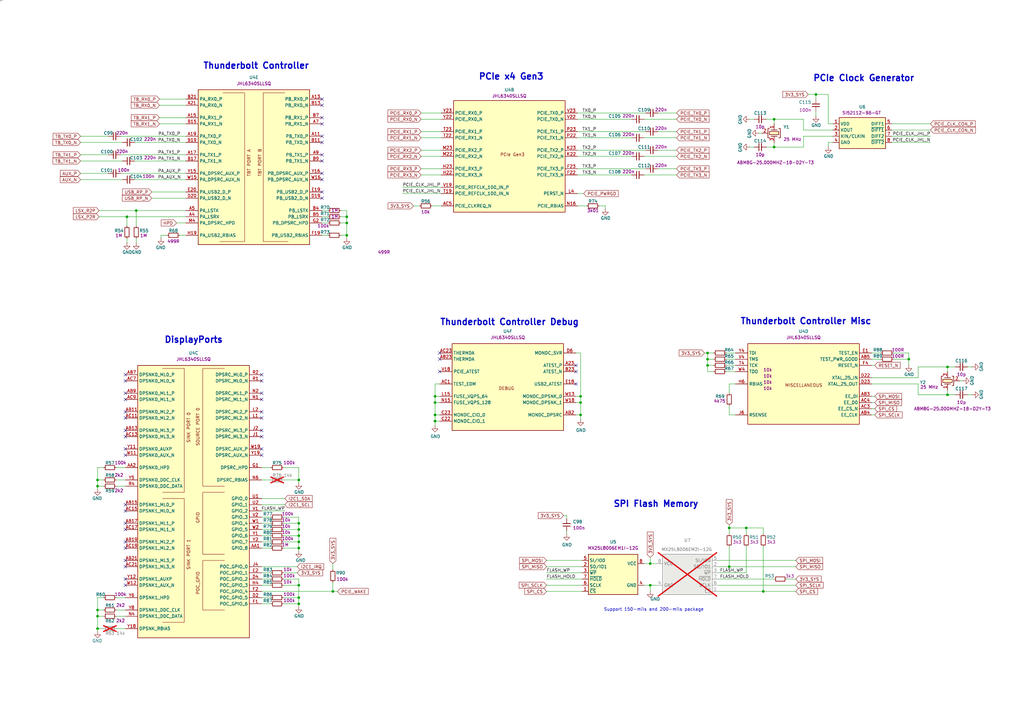
<source format=kicad_sch>
(kicad_sch (version 20231120) (generator "eeschema") (generator_version "8.0")
  (paper "A3")
  (title_block (title "Thunderbolt PCIe Adaper") (date "2023-08-09") (rev "1.0.2") (comment 1 "www.antmicro.com") (comment 2 "Antmicro Ltd."))
  (junction (at 388.62 161.925))
  (junction (at 290.195 149.86))
  (junction (at 40.005 199.39))
  (junction (at 238.125 165.1))
  (junction (at 142.24 91.44))
  (junction (at 238.125 170.18))
  (junction (at 40.005 250.19))
  (junction (at 178.435 162.56))
  (junction (at 40.005 252.73))
  (junction (at 142.24 88.9))
  (junction (at 299.085 232.41))
  (junction (at 238.125 162.56))
  (junction (at 122.555 217.17))
  (junction (at 299.085 216.535))
  (junction (at 122.555 247.65))
  (junction (at 40.005 196.85))
  (junction (at 40.005 257.81))
  (junction (at 122.555 224.79))
  (junction (at 178.435 165.1))
  (junction (at 122.555 240.03))
  (junction (at 290.195 144.78))
  (junction (at 52.07 88.9))
  (junction (at 334.645 38.735))
  (junction (at 306.07 216.535))
  (junction (at 55.88 86.36))
  (junction (at 313.055 242.57))
  (junction (at 122.555 214.63))
  (junction (at 122.555 245.11))
  (junction (at 266.7 240.03))
  (junction (at 122.555 222.25))
  (junction (at 136.525 242.57))
  (junction (at 388.62 150.495))
  (junction (at 122.555 219.71))
  (junction (at 290.195 147.32))
  (junction (at 142.24 96.52))
  (junction (at 372.745 147.32))
  (junction (at 317.5 48.895))
  (junction (at 317.5 60.325))
  (junction (at 122.555 196.85))
  (junction (at 178.435 172.72))
  (junction (at 178.435 170.18))
  (junction (at 266.7 231.14))
  (no_connect (at 51.435 217.17))
  (no_connect (at 132.08 55.88))
  (no_connect (at 107.315 171.45))
  (no_connect (at 236.22 149.86))
  (no_connect (at 107.315 156.21))
  (no_connect (at 51.435 224.79))
  (no_connect (at 51.435 214.63))
  (no_connect (at 236.22 157.48))
  (no_connect (at 132.08 43.18))
  (no_connect (at 180.34 144.78))
  (no_connect (at 132.08 81.28))
  (no_connect (at 132.08 63.5))
  (no_connect (at 107.315 161.29))
  (no_connect (at 51.435 184.15))
  (no_connect (at 107.315 184.15))
  (no_connect (at 132.08 78.74))
  (no_connect (at 51.435 207.01))
  (no_connect (at 51.435 232.41))
  (no_connect (at 51.435 168.91))
  (no_connect (at 180.34 147.32))
  (no_connect (at 51.435 153.67))
  (no_connect (at 51.435 179.07))
  (no_connect (at 132.08 71.12))
  (no_connect (at 132.08 50.8))
  (no_connect (at 107.315 179.07))
  (no_connect (at 51.435 161.29))
  (no_connect (at 236.22 152.4))
  (no_connect (at 51.435 186.69))
  (no_connect (at 107.315 176.53))
  (no_connect (at 51.435 176.53))
  (no_connect (at 107.315 163.83))
  (no_connect (at 132.08 40.64))
  (no_connect (at 51.435 222.25))
  (no_connect (at 51.435 163.83))
  (no_connect (at 51.435 229.87))
  (no_connect (at 132.08 48.26))
  (no_connect (at 107.315 168.91))
  (no_connect (at 51.435 240.03))
  (no_connect (at 51.435 237.49))
  (no_connect (at 107.315 186.69))
  (no_connect (at 107.315 153.67))
  (no_connect (at 51.435 171.45))
  (no_connect (at 132.08 73.66))
  (no_connect (at 132.08 66.04))
  (no_connect (at 51.435 156.21))
  (no_connect (at 132.08 58.42))
  (no_connect (at 51.435 209.55))
  (no_connect (at 180.34 152.4))
  (wire (pts (xy 142.24 86.36) (xy 142.24 88.9)))
  (wire (pts (xy 264.16 64.135) (xy 277.495 64.135)))
  (wire (pts (xy 107.315 214.63) (xy 111.125 214.63)))
  (wire (pts (xy 264.16 71.755) (xy 277.495 71.755)))
  (wire (pts (xy 266.7 231.14) (xy 266.7 228.6)))
  (wire (pts (xy 236.855 69.215) (xy 264.795 69.215)))
  (wire (pts (xy 238.125 165.1) (xy 238.125 170.18)))
  (wire (pts (xy 107.315 247.65) (xy 111.125 247.65)))
  (wire (pts (xy 266.7 240.03) (xy 266.7 242.57)))
  (wire (pts (xy 264.16 48.895) (xy 277.495 48.895)))
  (wire (pts (xy 107.315 217.17) (xy 111.125 217.17)))
  (wire (pts (xy 142.24 96.52) (xy 142.24 97.79)))
  (wire (pts (xy 107.315 212.09) (xy 111.125 212.09)))
  (wire (pts (xy 288.925 144.78) (xy 290.195 144.78)))
  (wire (pts (xy 224.155 237.49) (xy 238.76 237.49)))
  (wire (pts (xy 55.245 66.04) (xy 76.2 66.04)))
  (wire (pts (xy 122.555 219.71) (xy 122.555 217.17)))
  (wire (pts (xy 116.205 247.65) (xy 122.555 247.65)))
  (wire (pts (xy 264.16 56.515) (xy 277.495 56.515)))
  (wire (pts (xy 224.155 234.95) (xy 238.76 234.95)))
  (wire (pts (xy 47.625 257.81) (xy 51.435 257.81)))
  (wire (pts (xy 358.775 165.1) (xy 357.505 165.1)))
  (wire (pts (xy 107.315 224.79) (xy 111.125 224.79)))
  (wire (pts (xy 178.435 162.56) (xy 180.34 162.56)))
  (wire (pts (xy 394.97 156.21) (xy 393.7 156.21)))
  (wire (pts (xy 107.315 219.71) (xy 111.125 219.71)))
  (wire (pts (xy 313.055 216.535) (xy 313.055 219.075)))
  (wire (pts (xy 172.72 48.895) (xy 180.975 48.895)))
  (wire (pts (xy 178.435 157.48) (xy 180.34 157.48)))
  (wire (pts (xy 299.085 216.535) (xy 299.085 215.265)))
  (wire (pts (xy 294.64 240.03) (xy 326.39 240.03)))
  (wire (pts (xy 122.555 226.06) (xy 122.555 224.79)))
  (wire (pts (xy 47.625 196.85) (xy 51.435 196.85)))
  (wire (pts (xy 269.875 61.595) (xy 277.495 61.595)))
  (wire (pts (xy 231.14 211.455) (xy 232.41 211.455)))
  (wire (pts (xy 269.875 53.975) (xy 277.495 53.975)))
  (wire (pts (xy 396.875 150.495) (xy 398.78 150.495)))
  (wire (pts (xy 313.055 242.57) (xy 326.39 242.57)))
  (wire (pts (xy 40.005 191.77) (xy 42.545 191.77)))
  (wire (pts (xy 306.07 224.155) (xy 306.07 234.95)))
  (wire (pts (xy 357.505 147.32) (xy 361.315 147.32)))
  (wire (pts (xy 307.34 48.895) (xy 309.245 48.895)))
  (wire (pts (xy 40.005 259.08) (xy 40.005 257.81)))
  (wire (pts (xy 357.505 149.86) (xy 358.775 149.86)))
  (wire (pts (xy 65.405 50.8) (xy 76.2 50.8)))
  (wire (pts (xy 122.555 198.12) (xy 122.555 196.85)))
  (wire (pts (xy 178.435 157.48) (xy 178.435 162.56)))
  (wire (pts (xy 122.555 224.79) (xy 122.555 222.25)))
  (wire (pts (xy 33.02 66.04) (xy 50.165 66.04)))
  (wire (pts (xy 49.53 71.12) (xy 76.2 71.12)))
  (wire (pts (xy 294.64 229.87) (xy 326.39 229.87)))
  (wire (pts (xy 297.815 149.86) (xy 301.625 149.86)))
  (wire (pts (xy 329.565 48.895) (xy 329.565 53.34)))
  (wire (pts (xy 177.165 84.455) (xy 180.975 84.455)))
  (wire (pts (xy 49.53 55.88) (xy 76.2 55.88)))
  (wire (pts (xy 40.64 86.36) (xy 55.88 86.36)))
  (wire (pts (xy 107.315 204.47) (xy 116.84 204.47)))
  (wire (pts (xy 180.975 76.835) (xy 165.1 76.835)))
  (wire (pts (xy 299.085 216.535) (xy 299.085 219.075)))
  (wire (pts (xy 52.07 88.9) (xy 52.07 92.71)))
  (wire (pts (xy 299.085 157.48) (xy 299.085 161.29)))
  (wire (pts (xy 172.72 69.215) (xy 180.975 69.215)))
  (wire (pts (xy 236.855 61.595) (xy 264.795 61.595)))
  (wire (pts (xy 47.625 245.11) (xy 51.435 245.11)))
  (wire (pts (xy 178.435 165.1) (xy 178.435 170.18)))
  (wire (pts (xy 107.315 240.03) (xy 111.125 240.03)))
  (wire (pts (xy 366.395 144.78) (xy 372.745 144.78)))
  (wire (pts (xy 266.7 240.03) (xy 269.24 240.03)))
  (wire (pts (xy 172.72 71.755) (xy 180.975 71.755)))
  (wire (pts (xy 132.08 88.9) (xy 134.62 88.9)))
  (wire (pts (xy 357.505 162.56) (xy 358.775 162.56)))
  (wire (pts (xy 224.155 240.03) (xy 238.76 240.03)))
  (wire (pts (xy 238.125 170.18) (xy 238.125 172.085)))
  (wire (pts (xy 132.08 91.44) (xy 134.62 91.44)))
  (wire (pts (xy 236.855 48.895) (xy 259.08 48.895)))
  (wire (pts (xy 107.315 209.55) (xy 116.84 209.55)))
  (wire (pts (xy 52.07 97.79) (xy 52.07 99.695)))
  (wire (pts (xy 236.22 144.78) (xy 238.125 144.78)))
  (wire (pts (xy 172.72 64.135) (xy 180.975 64.135)))
  (wire (pts (xy 116.205 222.25) (xy 122.555 222.25)))
  (wire (pts (xy 73.66 96.52) (xy 76.2 96.52)))
  (wire (pts (xy 116.205 234.95) (xy 121.92 234.95)))
  (wire (pts (xy 290.195 152.4) (xy 292.735 152.4)))
  (wire (pts (xy 65.405 43.18) (xy 76.2 43.18)))
  (wire (pts (xy 40.005 196.85) (xy 40.005 191.77)))
  (wire (pts (xy 47.625 252.73) (xy 51.435 252.73)))
  (wire (pts (xy 357.505 144.78) (xy 361.315 144.78)))
  (wire (pts (xy 334.645 38.735) (xy 334.645 40.64)))
  (wire (pts (xy 40.005 245.11) (xy 42.545 245.11)))
  (wire (pts (xy 40.005 199.39) (xy 40.005 196.85)))
  (wire (pts (xy 239.395 79.375) (xy 236.855 79.375)))
  (wire (pts (xy 47.625 199.39) (xy 51.435 199.39)))
  (wire (pts (xy 317.5 60.325) (xy 329.565 60.325)))
  (wire (pts (xy 49.53 63.5) (xy 76.2 63.5)))
  (wire (pts (xy 139.7 88.9) (xy 142.24 88.9)))
  (wire (pts (xy 116.205 240.03) (xy 122.555 240.03)))
  (wire (pts (xy 238.125 144.78) (xy 238.125 162.56)))
  (wire (pts (xy 236.855 56.515) (xy 259.08 56.515)))
  (wire (pts (xy 290.195 147.32) (xy 290.195 144.78)))
  (wire (pts (xy 122.555 240.03) (xy 122.555 245.11)))
  (wire (pts (xy 55.88 86.36) (xy 55.88 92.71)))
  (wire (pts (xy 33.02 63.5) (xy 44.45 63.5)))
  (wire (pts (xy 290.195 149.86) (xy 290.195 147.32)))
  (wire (pts (xy 180.975 79.375) (xy 165.1 79.375)))
  (wire (pts (xy 264.16 231.14) (xy 266.7 231.14)))
  (wire (pts (xy 172.72 56.515) (xy 180.975 56.515)))
  (wire (pts (xy 376.555 161.925) (xy 388.62 161.925)))
  (wire (pts (xy 116.205 196.85) (xy 122.555 196.85)))
  (wire (pts (xy 107.315 207.01) (xy 116.84 207.01)))
  (wire (pts (xy 376.555 157.48) (xy 376.555 161.925)))
  (wire (pts (xy 307.34 60.325) (xy 309.245 60.325)))
  (wire (pts (xy 339.725 38.735) (xy 339.725 50.8)))
  (wire (pts (xy 269.875 46.355) (xy 277.495 46.355)))
  (wire (pts (xy 329.565 55.88) (xy 341.63 55.88)))
  (wire (pts (xy 178.435 162.56) (xy 178.435 165.1)))
  (wire (pts (xy 62.23 78.74) (xy 76.2 78.74)))
  (wire (pts (xy 365.76 50.8) (xy 381.635 50.8)))
  (wire (pts (xy 306.07 216.535) (xy 306.07 219.075)))
  (wire (pts (xy 294.64 242.57) (xy 313.055 242.57)))
  (wire (pts (xy 40.005 257.81) (xy 42.545 257.81)))
  (wire (pts (xy 178.435 170.18) (xy 180.34 170.18)))
  (wire (pts (xy 116.205 214.63) (xy 122.555 214.63)))
  (wire (pts (xy 33.02 73.66) (xy 50.165 73.66)))
  (wire (pts (xy 290.195 152.4) (xy 290.195 149.86)))
  (wire (pts (xy 139.7 96.52) (xy 142.24 96.52)))
  (wire (pts (xy 33.02 58.42) (xy 50.165 58.42)))
  (wire (pts (xy 178.435 172.72) (xy 178.435 174.625)))
  (wire (pts (xy 299.085 224.155) (xy 299.085 232.41)))
  (wire (pts (xy 65.405 40.64) (xy 76.2 40.64)))
  (wire (pts (xy 142.24 88.9) (xy 142.24 91.44)))
  (wire (pts (xy 358.775 170.18) (xy 357.505 170.18)))
  (wire (pts (xy 116.205 224.79) (xy 122.555 224.79)))
  (wire (pts (xy 341.63 50.8) (xy 339.725 50.8)))
  (wire (pts (xy 224.155 242.57) (xy 238.76 242.57)))
  (wire (pts (xy 357.505 157.48) (xy 376.555 157.48)))
  (wire (pts (xy 232.41 211.455) (xy 232.41 212.725)))
  (wire (pts (xy 236.22 162.56) (xy 238.125 162.56)))
  (wire (pts (xy 236.22 170.18) (xy 238.125 170.18)))
  (wire (pts (xy 245.745 84.455) (xy 248.285 84.455)))
  (wire (pts (xy 122.555 237.49) (xy 122.555 240.03)))
  (wire (pts (xy 55.245 73.66) (xy 76.2 73.66)))
  (wire (pts (xy 172.72 61.595) (xy 180.975 61.595)))
  (wire (pts (xy 142.24 91.44) (xy 142.24 96.52)))
  (wire (pts (xy 365.76 55.88) (xy 381.635 55.88)))
  (wire (pts (xy 357.505 154.94) (xy 376.555 154.94)))
  (wire (pts (xy 236.855 64.135) (xy 259.08 64.135)))
  (wire (pts (xy 294.64 234.95) (xy 306.07 234.95)))
  (wire (pts (xy 33.02 55.88) (xy 44.45 55.88)))
  (wire (pts (xy 122.555 196.85) (xy 122.555 191.77)))
  (wire (pts (xy 40.005 196.85) (xy 42.545 196.85)))
  (wire (pts (xy 224.155 229.87) (xy 238.76 229.87)))
  (wire (pts (xy 232.41 217.805) (xy 232.41 219.075)))
  (wire (pts (xy 169.545 84.455) (xy 172.085 84.455)))
  (wire (pts (xy 331.47 38.735) (xy 334.645 38.735)))
  (wire (pts (xy 136.525 242.57) (xy 138.43 242.57)))
  (wire (pts (xy 376.555 154.94) (xy 376.555 150.495)))
  (wire (pts (xy 311.15 54.61) (xy 312.42 54.61)))
  (wire (pts (xy 116.205 245.11) (xy 122.555 245.11)))
  (wire (pts (xy 236.22 165.1) (xy 238.125 165.1)))
  (wire (pts (xy 314.325 48.895) (xy 317.5 48.895)))
  (wire (pts (xy 266.7 231.14) (xy 269.24 231.14)))
  (wire (pts (xy 178.435 172.72) (xy 180.34 172.72)))
  (wire (pts (xy 107.315 245.11) (xy 111.125 245.11)))
  (wire (pts (xy 172.72 46.355) (xy 180.975 46.355)))
  (wire (pts (xy 122.555 214.63) (xy 122.555 212.09)))
  (wire (pts (xy 329.565 60.325) (xy 329.565 55.88)))
  (wire (pts (xy 248.285 84.455) (xy 248.285 85.725)))
  (wire (pts (xy 107.315 191.77) (xy 111.125 191.77)))
  (wire (pts (xy 52.07 88.9) (xy 76.2 88.9)))
  (wire (pts (xy 294.64 237.49) (xy 317.5 237.49)))
  (wire (pts (xy 40.005 252.73) (xy 42.545 252.73)))
  (wire (pts (xy 388.62 160.02) (xy 388.62 161.925)))
  (wire (pts (xy 329.565 53.34) (xy 341.63 53.34)))
  (wire (pts (xy 388.62 150.495) (xy 391.795 150.495)))
  (wire (pts (xy 313.055 224.155) (xy 313.055 242.57)))
  (wire (pts (xy 139.7 91.44) (xy 142.24 91.44)))
  (wire (pts (xy 299.085 232.41) (xy 326.39 232.41)))
  (wire (pts (xy 299.085 170.18) (xy 301.625 170.18)))
  (wire (pts (xy 107.315 234.95) (xy 111.125 234.95)))
  (wire (pts (xy 314.325 60.325) (xy 317.5 60.325)))
  (wire (pts (xy 334.645 38.735) (xy 339.725 38.735)))
  (wire (pts (xy 264.16 240.03) (xy 266.7 240.03)))
  (wire (pts (xy 358.775 167.64) (xy 357.505 167.64)))
  (wire (pts (xy 47.625 250.19) (xy 51.435 250.19)))
  (wire (pts (xy 136.525 238.76) (xy 136.525 242.57)))
  (wire (pts (xy 107.315 232.41) (xy 121.92 232.41)))
  (wire (pts (xy 116.205 191.77) (xy 122.555 191.77)))
  (wire (pts (xy 55.88 97.79) (xy 55.88 99.695)))
  (wire (pts (xy 299.085 166.37) (xy 299.085 170.18)))
  (wire (pts (xy 317.5 58.42) (xy 317.5 60.325)))
  (wire (pts (xy 47.625 191.77) (xy 51.435 191.77)))
  (wire (pts (xy 388.62 161.925) (xy 391.795 161.925)))
  (wire (pts (xy 55.245 58.42) (xy 76.2 58.42)))
  (wire (pts (xy 107.315 196.85) (xy 111.125 196.85)))
  (wire (pts (xy 40.005 252.73) (xy 40.005 250.19)))
  (wire (pts (xy 107.315 242.57) (xy 136.525 242.57)))
  (wire (pts (xy 172.72 53.975) (xy 180.975 53.975)))
  (wire (pts (xy 290.195 149.86) (xy 292.735 149.86)))
  (wire (pts (xy 365.76 58.42) (xy 381.635 58.42)))
  (wire (pts (xy 322.58 237.49) (xy 326.39 237.49)))
  (wire (pts (xy 122.555 217.17) (xy 122.555 214.63)))
  (wire (pts (xy 33.02 71.12) (xy 44.45 71.12)))
  (wire (pts (xy 317.5 48.895) (xy 329.565 48.895)))
  (wire (pts (xy 66.04 96.52) (xy 68.58 96.52)))
  (wire (pts (xy 40.64 88.9) (xy 52.07 88.9)))
  (wire (pts (xy 236.855 46.355) (xy 264.795 46.355)))
  (wire (pts (xy 72.39 91.44) (xy 76.2 91.44)))
  (wire (pts (xy 317.5 50.8) (xy 317.5 48.895)))
  (wire (pts (xy 62.23 81.28) (xy 76.2 81.28)))
  (wire (pts (xy 178.435 165.1) (xy 180.34 165.1)))
  (wire (pts (xy 40.005 245.11) (xy 40.005 250.19)))
  (wire (pts (xy 290.195 147.32) (xy 292.735 147.32)))
  (wire (pts (xy 122.555 245.11) (xy 122.555 247.65)))
  (wire (pts (xy 306.07 216.535) (xy 313.055 216.535)))
  (wire (pts (xy 224.155 232.41) (xy 238.76 232.41)))
  (wire (pts (xy 132.08 96.52) (xy 134.62 96.52)))
  (wire (pts (xy 116.205 219.71) (xy 122.555 219.71)))
  (wire (pts (xy 238.125 162.56) (xy 238.125 165.1)))
  (wire (pts (xy 65.405 48.26) (xy 76.2 48.26)))
  (wire (pts (xy 116.205 212.09) (xy 122.555 212.09)))
  (wire (pts (xy 297.815 147.32) (xy 301.625 147.32)))
  (wire (pts (xy 66.04 97.79) (xy 66.04 96.52)))
  (wire (pts (xy 297.815 152.4) (xy 301.625 152.4)))
  (wire (pts (xy 372.745 147.32) (xy 372.745 149.86)))
  (wire (pts (xy 40.005 257.81) (xy 40.005 252.73)))
  (wire (pts (xy 376.555 150.495) (xy 388.62 150.495)))
  (wire (pts (xy 290.195 144.78) (xy 292.735 144.78)))
  (wire (pts (xy 40.005 199.39) (xy 42.545 199.39)))
  (wire (pts (xy 122.555 247.65) (xy 122.555 248.92)))
  (wire (pts (xy 299.085 216.535) (xy 306.07 216.535)))
  (wire (pts (xy 40.005 250.19) (xy 42.545 250.19)))
  (wire (pts (xy 396.875 161.925) (xy 398.78 161.925)))
  (wire (pts (xy 365.76 53.34) (xy 381.635 53.34)))
  (wire (pts (xy 55.88 86.36) (xy 76.2 86.36)))
  (wire (pts (xy 178.435 170.18) (xy 178.435 172.72)))
  (wire (pts (xy 388.62 152.4) (xy 388.62 150.495)))
  (wire (pts (xy 107.315 222.25) (xy 111.125 222.25)))
  (wire (pts (xy 236.855 71.755) (xy 259.08 71.755)))
  (wire (pts (xy 294.64 232.41) (xy 299.085 232.41)))
  (wire (pts (xy 341.63 58.42) (xy 339.725 58.42)))
  (wire (pts (xy 269.875 69.215) (xy 277.495 69.215)))
  (wire (pts (xy 132.08 86.36) (xy 134.62 86.36)))
  (wire (pts (xy 116.205 237.49) (xy 122.555 237.49)))
  (wire (pts (xy 236.855 84.455) (xy 240.665 84.455)))
  (wire (pts (xy 236.855 53.975) (xy 264.795 53.975)))
  (wire (pts (xy 122.555 222.25) (xy 122.555 219.71)))
  (wire (pts (xy 372.745 144.78) (xy 372.745 147.32)))
  (wire (pts (xy 139.7 86.36) (xy 142.24 86.36)))
  (wire (pts (xy 297.815 144.78) (xy 301.625 144.78)))
  (wire (pts (xy 339.725 58.42) (xy 339.725 60.325)))
  (wire (pts (xy 40.005 200.66) (xy 40.005 199.39)))
  (wire (pts (xy 299.085 157.48) (xy 301.625 157.48)))
  (wire (pts (xy 366.395 147.32) (xy 372.745 147.32)))
  (wire (pts (xy 116.205 217.17) (xy 122.555 217.17)))
  (wire (pts (xy 334.645 45.72) (xy 334.645 47.625)))
  (wire (pts (xy 107.315 237.49) (xy 111.125 237.49)))
  (wire (pts (xy 136.525 231.14) (xy 136.525 233.68)))
  (text "DisplayPorts" (at 67.31 140.97 0) (effects (font (size 2.54 2.54) (thickness 0.508) (bold yes)) (justify left bottom)))
  (text "Thunderbolt Controller Misc\n" (at 303.53 133.35 0) (effects (font (size 2.54 2.54) (thickness 0.508) (bold yes)) (justify left bottom)))
  (text "PCIe Clock Generator" (at 333.375 33.655 0) (effects (font (size 2.54 2.54) (thickness 0.508) (bold yes)) (justify left bottom)))
  (text "SPI Flash Memory" (at 251.46 208.28 0) (effects (font (size 2.54 2.54) (thickness 0.508) (bold yes)) (justify left bottom)))
  (text "Thunderbolt Controller \n" (at 83.185 28.575 0) (effects (font (size 2.54 2.54) (thickness 0.508) (bold yes)) (justify left bottom)))
  (text "Thunderbolt Controller Debug\n\n" (at 180.34 137.795 0) (effects (font (size 2.54 2.54) (thickness 0.508) (bold yes)) (justify left bottom)))
  (text "Support 150-mils and 200-mils package" (at 247.65 250.825 0) (effects (font (size 1.27 1.27)) (justify left bottom)))
  (text "PCIe x4 Gen3" (at 196.215 33.02 0) (effects (font (size 2.54 2.54) (thickness 0.508) (bold yes)) (justify left bottom)))
  (label "FLASH_HOLD" (at 224.155 237.49 0))
  (label "PCIE_CLK_JHL_P" (at 381.635 55.88 180))
  (label "TX2_P" (at 238.76 61.595 0))
  (label "PA_TX0_N" (at 64.77 58.42 0))
  (label "TX2_N" (at 238.76 64.135 0))
  (label "PA_TX1_N" (at 64.77 66.04 0))
  (label "FLASH_WP" (at 116.84 209.55 180))
  (label "PCIE_CLK_JHL_P" (at 165.1 76.835 0))
  (label "PA_AUX_P" (at 64.77 71.12 0))
  (label "TX3_P" (at 238.76 69.215 0))
  (label "TX1_N" (at 238.76 56.515 0))
  (label "FLASH_WP" (at 295.275 234.95 0))
  (label "PA_AUX_N" (at 64.77 73.66 0))
  (label "TX0_P" (at 238.76 46.355 0))
  (label "TX0_N" (at 238.76 48.895 0))
  (label "PCIE_CLK_JHL_N" (at 381.635 58.42 180))
  (label "FLASH_HOLD" (at 295.275 237.49 0))
  (label "PA_TX0_P" (at 64.8565 55.88 0))
  (label "FLASH_WP" (at 224.155 234.95 0))
  (label "TX1_P" (at 238.76 53.975 0))
  (label "PCIE_CLK_JHL_N" (at 165.1 79.375 0))
  (label "TX3_N" (at 238.76 71.755 0))
  (label "PA_TX1_P" (at 64.77 63.5 0))
  (global_label "PCIE_TX3_P" (shape input) (at 277.495 69.215 0) (property "Intersheetrefs" "${INTERSHEET_REFS}" (effects (hide yes))))
  (global_label "3V3_SYS" (shape input) (at 288.925 144.78 180) (property "Intersheetrefs" "${INTERSHEET_REFS}" (effects (hide yes))))
  (global_label "PCIE_TX2_N" (shape input) (at 277.495 64.135 0) (property "Intersheetrefs" "${INTERSHEET_REFS}" (effects (hide yes))))
  (global_label "HPD" (shape input) (at 72.39 91.44 180) (property "Intersheetrefs" "${INTERSHEET_REFS}" (effects (hide yes))))
  (global_label "SPI_SCLK" (shape input) (at 224.155 240.03 180) (property "Intersheetrefs" "${INTERSHEET_REFS}" (effects (hide yes))))
  (global_label "SPI_SCLK" (shape input) (at 326.39 240.03 0) (property "Intersheetrefs" "${INTERSHEET_REFS}" (effects (hide yes))))
  (global_label "3V3_SYS" (shape input) (at 231.14 211.455 180) (property "Intersheetrefs" "${INTERSHEET_REFS}" (effects (hide yes))))
  (global_label "SPI_MISO" (shape input) (at 224.155 232.41 180) (property "Intersheetrefs" "${INTERSHEET_REFS}" (effects (hide yes))))
  (global_label "AUX_N" (shape input) (at 33.02 73.66 180) (property "Intersheetrefs" "${INTERSHEET_REFS}" (effects (hide yes))))
  (global_label "3V3_SYS" (shape input) (at 331.47 38.735 180) (property "Intersheetrefs" "${INTERSHEET_REFS}" (effects (hide yes))))
  (global_label "I2C1_IRQ" (shape input) (at 121.92 232.41 0) (property "Intersheetrefs" "${INTERSHEET_REFS}" (effects (hide yes))))
  (global_label "SPI_CS" (shape input) (at 358.775 167.64 0) (property "Intersheetrefs" "${INTERSHEET_REFS}" (effects (hide yes))))
  (global_label "TB_RX0_P" (shape input) (at 65.405 40.64 180) (property "Intersheetrefs" "${INTERSHEET_REFS}" (effects (hide yes))))
  (global_label "PCIE_TX0_N" (shape input) (at 277.495 48.895 0) (property "Intersheetrefs" "${INTERSHEET_REFS}" (effects (hide yes))))
  (global_label "SPI_MOSI" (shape input) (at 358.775 162.56 0) (property "Intersheetrefs" "${INTERSHEET_REFS}" (effects (hide yes))))
  (global_label "PCIE_RX3_N" (shape input) (at 172.72 71.755 180) (property "Intersheetrefs" "${INTERSHEET_REFS}" (effects (hide yes))))
  (global_label "PCIE_RX2_N" (shape input) (at 172.72 64.135 180) (property "Intersheetrefs" "${INTERSHEET_REFS}" (effects (hide yes))))
  (global_label "PCIE_PWRGD" (shape input) (at 239.395 79.375 0) (property "Intersheetrefs" "${INTERSHEET_REFS}" (effects (hide yes))))
  (global_label "PCIE_RX0_N" (shape input) (at 172.72 48.895 180) (property "Intersheetrefs" "${INTERSHEET_REFS}" (effects (hide yes))))
  (global_label "PCIE_RX2_P" (shape input) (at 172.72 61.595 180) (property "Intersheetrefs" "${INTERSHEET_REFS}" (effects (hide yes))))
  (global_label "PCIE_RX0_P" (shape input) (at 172.72 46.355 180) (property "Intersheetrefs" "${INTERSHEET_REFS}" (effects (hide yes))))
  (global_label "3V3_SYS" (shape input) (at 121.92 234.95 0) (property "Intersheetrefs" "${INTERSHEET_REFS}" (effects (hide yes))))
  (global_label "USB_RP_P" (shape input) (at 62.23 78.74 180) (property "Intersheetrefs" "${INTERSHEET_REFS}" (effects (hide yes))))
  (global_label "LSX_R2P" (shape input) (at 40.64 86.36 180) (property "Intersheetrefs" "${INTERSHEET_REFS}" (effects (hide yes))))
  (global_label "3V3_SYS" (shape input) (at 136.525 231.14 90) (property "Intersheetrefs" "${INTERSHEET_REFS}" (effects (hide yes))))
  (global_label "3V3_SYS" (shape input) (at 326.39 237.49 0) (property "Intersheetrefs" "${INTERSHEET_REFS}" (effects (hide yes))))
  (global_label "TB_RX0_N" (shape input) (at 65.405 43.18 180) (property "Intersheetrefs" "${INTERSHEET_REFS}" (effects (hide yes))))
  (global_label "TB_TX0_N" (shape input) (at 33.02 58.42 180) (property "Intersheetrefs" "${INTERSHEET_REFS}" (effects (hide yes))))
  (global_label "I2C1_SCL" (shape input) (at 116.84 207.01 0) (property "Intersheetrefs" "${INTERSHEET_REFS}" (effects (hide yes))))
  (global_label "3V3_SYS" (shape input) (at 169.545 84.455 180) (property "Intersheetrefs" "${INTERSHEET_REFS}" (effects (hide yes))))
  (global_label "TB_RX1_P" (shape input) (at 65.405 48.26 180) (property "Intersheetrefs" "${INTERSHEET_REFS}" (effects (hide yes))))
  (global_label "TB_TX1_N" (shape input) (at 33.02 66.04 180) (property "Intersheetrefs" "${INTERSHEET_REFS}" (effects (hide yes))))
  (global_label "SPI_MISO" (shape input) (at 358.775 165.1 0) (property "Intersheetrefs" "${INTERSHEET_REFS}" (effects (hide yes))))
  (global_label "PCIE_TX2_P" (shape input) (at 277.495 61.595 0) (property "Intersheetrefs" "${INTERSHEET_REFS}" (effects (hide yes))))
  (global_label "SPI_CS" (shape input) (at 224.155 242.57 180) (property "Intersheetrefs" "${INTERSHEET_REFS}" (effects (hide yes))))
  (global_label "AUX_P" (shape input) (at 33.02 71.12 180) (property "Intersheetrefs" "${INTERSHEET_REFS}" (effects (hide yes))))
  (global_label "USB_RP_N" (shape input) (at 62.23 81.28 180) (property "Intersheetrefs" "${INTERSHEET_REFS}" (effects (hide yes))))
  (global_label "PCIE_RX1_P" (shape input) (at 172.72 53.975 180) (property "Intersheetrefs" "${INTERSHEET_REFS}" (effects (hide yes))))
  (global_label "PCIE_RX3_P" (shape input) (at 172.72 69.215 180) (property "Intersheetrefs" "${INTERSHEET_REFS}" (effects (hide yes))))
  (global_label "LSX_P2R" (shape input) (at 40.64 88.9 180) (property "Intersheetrefs" "${INTERSHEET_REFS}" (effects (hide yes))))
  (global_label "PCIE_TX3_N" (shape input) (at 277.495 71.755 0) (property "Intersheetrefs" "${INTERSHEET_REFS}" (effects (hide yes))))
  (global_label "PCIE_TX1_N" (shape input) (at 277.495 56.515 0) (property "Intersheetrefs" "${INTERSHEET_REFS}" (effects (hide yes))))
  (global_label "SPI_MOSI" (shape input) (at 224.155 229.87 180) (property "Intersheetrefs" "${INTERSHEET_REFS}" (effects (hide yes))))
  (global_label "3V3_SYS" (shape input) (at 299.085 215.265 90) (property "Intersheetrefs" "${INTERSHEET_REFS}" (effects (hide yes))))
  (global_label "PCIE_RX1_N" (shape input) (at 172.72 56.515 180) (property "Intersheetrefs" "${INTERSHEET_REFS}" (effects (hide yes))))
  (global_label "PCIE_CLK_CON_N" (shape input) (at 381.635 53.34 0) (property "Intersheetrefs" "${INTERSHEET_REFS}" (effects (hide yes))))
  (global_label "PCIE_TX1_P" (shape input) (at 277.495 53.975 0) (property "Intersheetrefs" "${INTERSHEET_REFS}" (effects (hide yes))))
  (global_label "SPI_SCLK" (shape input) (at 358.775 170.18 0) (property "Intersheetrefs" "${INTERSHEET_REFS}" (effects (hide yes))))
  (global_label "TB_TX0_P" (shape input) (at 33.02 55.88 180) (property "Intersheetrefs" "${INTERSHEET_REFS}" (effects (hide yes))))
  (global_label "PCIE_CLK_CON_P" (shape input) (at 381.635 50.8 0) (property "Intersheetrefs" "${INTERSHEET_REFS}" (effects (hide yes))))
  (global_label "PCIE_WAKE" (shape input) (at 138.43 242.57 0) (property "Intersheetrefs" "${INTERSHEET_REFS}" (effects (hide yes))))
  (global_label "TB_RX1_N" (shape input) (at 65.405 50.8 180) (property "Intersheetrefs" "${INTERSHEET_REFS}" (effects (hide yes))))
  (global_label "SPI_MOSI" (shape input) (at 326.39 229.87 0) (property "Intersheetrefs" "${INTERSHEET_REFS}" (effects (hide yes))))
  (global_label "TB_TX1_P" (shape input) (at 33.02 63.5 180) (property "Intersheetrefs" "${INTERSHEET_REFS}" (effects (hide yes))))
  (global_label "I2C1_SDA" (shape input) (at 116.84 204.47 0) (property "Intersheetrefs" "${INTERSHEET_REFS}" (effects (hide yes))))
  (global_label "PCIE_TX0_P" (shape input) (at 277.495 46.355 0) (property "Intersheetrefs" "${INTERSHEET_REFS}" (effects (hide yes))))
  (global_label "SPI_CS" (shape input) (at 326.39 242.57 0) (property "Intersheetrefs" "${INTERSHEET_REFS}" (effects (hide yes))))
  (global_label "SPI_MISO" (shape input) (at 326.39 232.41 0) (property "Intersheetrefs" "${INTERSHEET_REFS}" (effects (hide yes))))
  (global_label "RESET_N" (shape input) (at 358.775 149.86 0) (property "Intersheetrefs" "${INTERSHEET_REFS}" (effects (hide yes))))
  (global_label "3V3_SYS" (shape input) (at 266.7 228.6 90) (property "Intersheetrefs" "${INTERSHEET_REFS}" (effects (hide yes))))
  (symbol (lib_id "antmicropower:GND") (at 394.97 156.21 90) (unit 1)
    (property "Reference" "#PWR0149" (effects (hide yes)))
    (property "Value" "GND" (at 399.415 158.115 0) (effects (justify left bottom)))
    (property "Author" "Antmicro" (effects (hide yes)))
    (property "License" "Apache-2.0" (effects (hide yes)))
  )
  (symbol (lib_id "antmicroCapacitors0402:C_10p_0402") (at 309.245 48.895 0) (unit 1)
    (property "Reference" "C113" (at 311.785 46.355 0))
    (property "Value" "C_10p_0402" (effects (hide yes)))
    (property "Footprint" "antmicro-footprints:C_0402_1005Metric" (effects (hide yes)))
    (property "Datasheet" "https://www.murata.com/products/productdetail?partno=GCM1555C1H100GA16%23" (effects (hide yes)))
    (property "MPN" "GCM1555C1H100GA16D" (effects (hide yes)))
    (property "Manufacturer" "Murata" (effects (hide yes)))
    (property "License" "Apache-2.0" (effects (hide yes)))
    (property "Val" "10p" (at 309.88 52.705 0) (effects (justify left bottom)))
    (property "Voltage" "50V" (effects (hide yes)))
    (property "Dielectric" "C0G" (effects (hide yes)))
    (property "Author" "Antmicro" (effects (hide yes)))
  )
  (symbol (lib_id "antmicroCapacitors0402:C_100n_0402") (at 44.45 71.12 0) (unit 1)
    (property "Reference" "C101" (at 43.815 69.85 0))
    (property "Value" "C_100n_0402" (effects (hide yes)))
    (property "Footprint" "antmicro-footprints:C_0402_1005Metric" (effects (hide yes)))
    (property "Datasheet" "https://www.murata.com/products/productdetail?partno=GRM155R61H104KE14%23" (effects (hide yes)))
    (property "MPN" "GRM155R61H104KE14D" (effects (hide yes)))
    (property "Manufacturer" "Murata" (effects (hide yes)))
    (property "License" "Apache-2.0" (effects (hide yes)))
    (property "Val" "100n" (at 48.26 70.485 0) (effects (justify left bottom)))
    (property "Voltage" "50V" (effects (hide yes)))
    (property "Dielectric" "X5R" (effects (hide yes)))
    (property "Author" "Antmicro" (effects (hide yes)))
  )
  (symbol (lib_id "antmicroResistors0402:R_1M_0402") (at 52.07 97.79 90) (unit 1)
    (property "Reference" "R54" (at 48.895 94.615 90))
    (property "Value" "R_1M_0402" (effects (hide yes)))
    (property "Footprint" "antmicro-footprints:R_0402_1005Metric" (effects (hide yes)))
    (property "Datasheet" "https://www.bourns.com/docs/product-datasheets/cr.pdf" (effects (hide yes)))
    (property "MPN" "CR0402-FX-1004GLF" (effects (hide yes)))
    (property "Manufacturer" "Bourns" (effects (hide yes)))
    (property "License" "Apache-2.0" (effects (hide yes)))
    (property "Val" "1M" (at 50.165 95.885 90) (effects (justify left bottom)))
    (property "Tolerance" "1%" (effects (hide yes)))
    (property "Author" "Antmicro" (effects (hide yes)))
  )
  (symbol (lib_id "antmicropower:GND") (at 398.78 161.925 90) (unit 1)
    (property "Reference" "#PWR0151" (effects (hide yes)))
    (property "Value" "GND" (at 403.225 163.83 0) (effects (justify left bottom)))
    (property "Author" "Antmicro" (effects (hide yes)))
    (property "License" "Apache-2.0" (effects (hide yes)))
  )
  (symbol (lib_id "antmicroCapacitors0402:C_220n_0402") (at 259.08 56.515 0) (unit 1)
    (property "Reference" "C106" (at 252.095 55.245 0))
    (property "Value" "C_220n_0402" (effects (hide yes)))
    (property "Footprint" "antmicro-footprints:C_0402_1005Metric" (effects (hide yes)))
    (property "Datasheet" "https://www.yageo.com/en/Chart/Download/pdf/CC0402KRX5R6BB224" (effects (hide yes)))
    (property "MPN" "CC0402KRX5R6BB224" (effects (hide yes)))
    (property "Manufacturer" "YAGEO" (effects (hide yes)))
    (property "License" "Apache-2.0" (effects (hide yes)))
    (property "Val" "220n" (at 255.27 55.88 0) (effects (justify left bottom)))
    (property "Author" "Antmicro" (effects (hide yes)))
  )
  (symbol (lib_id "antmicropower:GND") (at 122.555 248.92 0) (unit 1)
    (property "Reference" "#PWR0166" (effects (hide yes)))
    (property "Value" "GND" (at 120.65 253.365 0) (effects (justify left bottom)))
    (property "Author" "Antmicro" (effects (hide yes)))
    (property "License" "Apache-2.0" (effects (hide yes)))
  )
  (symbol (lib_id "antmicroResistors0402:R_3k01_0402") (at 240.665 84.455 0) (unit 1)
    (property "Reference" "R74" (at 243.205 82.55 0))
    (property "Value" "R_3k01_0402" (effects (hide yes)))
    (property "Footprint" "antmicro-footprints:R_0402_1005Metric" (effects (hide yes)))
    (property "Datasheet" "https://www.bourns.com/docs/product-datasheets/cr.pdf" (effects (hide yes)))
    (property "MPN" "CR0402-FX-3011GLF" (effects (hide yes)))
    (property "Manufacturer" "Bourns" (effects (hide yes)))
    (property "License" "Apache-2.0" (effects (hide yes)))
    (property "Val" "3k01" (at 243.205 86.36 0))
    (property "Tolerance" "1%" (effects (hide yes)))
    (property "Author" "Antmicro" (effects (hide yes)))
  )
  (symbol (lib_id "antmicroInterfaceControllers:JHL6340SLLSQ") (at 76.2 40.64 0) (unit 5)
    (property "Reference" "U4" (at 104.14 31.75 0))
    (property "Value" "JHL6340SLLSQ" (effects (hide yes)))
    (property "Footprint" "antmicro-footprints:JHL6340SLLSQ" (effects (hide yes)))
    (property "Datasheet" "https://www.thunderbolttechnology.net/sites/default/files/18-241_ThunderboltController_Brief_HI.pdf" (effects (hide yes)))
    (property "Manufacturer" "Intel" (effects (hide yes)))
    (property "MPN" "JHL6340SLLSQ" (at 104.14 34.29 0))
    (property "Author" "Antmicro" (effects (hide yes)))
    (property "License" "Apache-2.0" (effects (hide yes)))
  )
  (symbol (lib_id "antmicroResistors0402:R_100k_0402") (at 136.525 238.76 90) (unit 1)
    (property "Reference" "R90" (at 139.7 234.95 90))
    (property "Value" "R_100k_0402" (effects (hide yes)))
    (property "Footprint" "antmicro-footprints:R_0402_1005Metric" (effects (hide yes)))
    (property "Datasheet" "https://www.bourns.com/docs/product-datasheets/cr.pdf" (effects (hide yes)))
    (property "MPN" "CR0402-FX-1003GLF" (effects (hide yes)))
    (property "Manufacturer" "Bourns" (effects (hide yes)))
    (property "License" "Apache-2.0" (effects (hide yes)))
    (property "Val" "100k" (at 142.875 236.855 90) (effects (justify left bottom)))
    (property "Tolerance" "1%" (effects (hide yes)))
    (property "Author" "Antmicro" (effects (hide yes)))
  )
  (symbol (lib_id "antmicroCapacitors0402:C_220n_0402") (at 264.795 69.215 0) (unit 1)
    (property "Reference" "C112" (at 264.16 67.945 0))
    (property "Value" "C_220n_0402" (effects (hide yes)))
    (property "Footprint" "antmicro-footprints:C_0402_1005Metric" (effects (hide yes)))
    (property "Datasheet" "https://www.yageo.com/en/Chart/Download/pdf/CC0402KRX5R6BB224" (effects (hide yes)))
    (property "MPN" "CC0402KRX5R6BB224" (effects (hide yes)))
    (property "Manufacturer" "YAGEO" (effects (hide yes)))
    (property "License" "Apache-2.0" (effects (hide yes)))
    (property "Val" "220n" (at 268.605 68.58 0) (effects (justify left bottom)))
    (property "Author" "Antmicro" (effects (hide yes)))
  )
  (symbol (lib_id "antmicroResistors0402:R_2k2_0402") (at 42.545 196.85 0) (unit 1)
    (property "Reference" "R58" (at 45.085 194.945 0))
    (property "Value" "R_2k2_0402" (effects (hide yes)))
    (property "Footprint" "antmicro-footprints:R_0402_1005Metric" (effects (hide yes)))
    (property "Datasheet" "https://www.bourns.com/docs/product-datasheets/cr.pdf" (effects (hide yes)))
    (property "MPN" "CR0402-FX-2201GLF" (effects (hide yes)))
    (property "Manufacturer" "Bourns" (effects (hide yes)))
    (property "License" "Apache-2.0" (effects (hide yes)))
    (property "Val" "2k2" (at 46.99 195.58 0) (effects (justify left bottom)))
    (property "Tolerance" "1%" (effects (hide yes)))
    (property "Author" "Antmicro" (effects (hide yes)))
  )
  (symbol (lib_id "antmicroResistors0402:R_2k2_0402") (at 42.545 252.73 0) (unit 1)
    (property "Reference" "R62" (at 45.085 254.635 0))
    (property "Value" "R_2k2_0402" (effects (hide yes)))
    (property "Footprint" "antmicro-footprints:R_0402_1005Metric" (effects (hide yes)))
    (property "Datasheet" "https://www.bourns.com/docs/product-datasheets/cr.pdf" (effects (hide yes)))
    (property "MPN" "CR0402-FX-2201GLF" (effects (hide yes)))
    (property "Manufacturer" "Bourns" (effects (hide yes)))
    (property "License" "Apache-2.0" (effects (hide yes)))
    (property "Val" "2k2" (at 47.625 255.27 0) (effects (justify left bottom)))
    (property "Tolerance" "1%" (effects (hide yes)))
    (property "Author" "Antmicro" (effects (hide yes)))
  )
  (symbol (lib_id "antmicropower:GND") (at 307.34 48.895 270) (unit 1)
    (property "Reference" "#PWR0137" (effects (hide yes)))
    (property "Value" "GND" (at 302.895 46.99 0) (effects (justify left bottom)))
    (property "Author" "Antmicro" (effects (hide yes)))
    (property "License" "Apache-2.0" (effects (hide yes)))
  )
  (symbol (lib_id "antmicroMemory:MX25L8006EM2I-12G") (at 294.64 229.87 0) (mirror y) (unit 1) (in_bom no) (on_board no) (dnp yes)
    (property "Reference" "U7" (at 281.94 221.615 0))
    (property "Value" "MX25L8006EM2I-12G" (at 292.1 226.06 0) (effects (justify left bottom)))
    (property "Footprint" "antmicro-footprints:SOIC-8_5.3x5.3x2mm_P1.27mm" (effects (hide yes)))
    (property "Datasheet" "https://www.macronix.com/Lists/Datasheet/Attachments/8680/MX25L8006E,%203V,%208Mb,%20v1.6.pdf" (effects (hide yes)))
    (property "MPN" "MX25L8006EM2I-12G" (effects (hide yes)))
    (property "Manufacturer" "Macronix" (effects (hide yes)))
    (property "Author" "Antmicro" (effects (hide yes)))
    (property "License" "Apache-2.0" (effects (hide yes)))
    (property "DNP" "DNP" (at 0 0 0) (effects (font (size 1 1))))
  )
  (symbol (lib_id "antmicroCapacitors0402:C_220n_0402") (at 44.45 55.88 0) (unit 1)
    (property "Reference" "C99" (at 44.45 54.61 0))
    (property "Value" "C_220n_0402" (effects (hide yes)))
    (property "Footprint" "antmicro-footprints:C_0402_1005Metric" (effects (hide yes)))
    (property "Datasheet" "https://www.yageo.com/en/Chart/Download/pdf/CC0402KRX5R6BB224" (effects (hide yes)))
    (property "MPN" "CC0402KRX5R6BB224" (effects (hide yes)))
    (property "Manufacturer" "YAGEO" (effects (hide yes)))
    (property "License" "Apache-2.0" (effects (hide yes)))
    (property "Val" "220n" (at 47.625 55.245 0) (effects (justify left bottom)))
    (property "Author" "Antmicro" (effects (hide yes)))
  )
  (symbol (lib_id "antmicroCapacitors0402:C_10p_0402") (at 309.245 60.325 0) (unit 1)
    (property "Reference" "C114" (at 311.785 57.785 0))
    (property "Value" "C_10p_0402" (effects (hide yes)))
    (property "Footprint" "antmicro-footprints:C_0402_1005Metric" (effects (hide yes)))
    (property "Datasheet" "https://www.murata.com/products/productdetail?partno=GCM1555C1H100GA16%23" (effects (hide yes)))
    (property "MPN" "GCM1555C1H100GA16D" (effects (hide yes)))
    (property "Manufacturer" "Murata" (effects (hide yes)))
    (property "License" "Apache-2.0" (effects (hide yes)))
    (property "Val" "10p" (at 309.88 64.135 0) (effects (justify left bottom)))
    (property "Voltage" "50V" (effects (hide yes)))
    (property "Dielectric" "C0G" (effects (hide yes)))
    (property "Author" "Antmicro" (effects (hide yes)))
  )
  (symbol (lib_id "antmicropower:GND") (at 266.7 242.57 0) (unit 1)
    (property "Reference" "#PWR0128" (effects (hide yes)))
    (property "Value" "GND" (at 266.7 246.38 0) (effects (justify left bottom)))
    (property "Author" "Antmicro" (effects (hide yes)))
    (property "License" "Apache-2.0" (effects (hide yes)))
  )
  (symbol (lib_id "antmicroCapacitors0402:C_220n_0402") (at 259.08 48.895 0) (unit 1)
    (property "Reference" "C105" (at 252.095 47.625 0))
    (property "Value" "C_220n_0402" (effects (hide yes)))
    (property "Footprint" "antmicro-footprints:C_0402_1005Metric" (effects (hide yes)))
    (property "Datasheet" "https://www.yageo.com/en/Chart/Download/pdf/CC0402KRX5R6BB224" (effects (hide yes)))
    (property "MPN" "CC0402KRX5R6BB224" (effects (hide yes)))
    (property "Manufacturer" "YAGEO" (effects (hide yes)))
    (property "License" "Apache-2.0" (effects (hide yes)))
    (property "Val" "220n" (at 255.27 48.26 0) (effects (justify left bottom)))
    (property "Author" "Antmicro" (effects (hide yes)))
  )
  (symbol (lib_id "antmicroCapacitors0402:C_220n_0402") (at 50.165 58.42 0) (unit 1)
    (property "Reference" "C102" (at 55.88 57.15 0))
    (property "Value" "C_220n_0402" (effects (hide yes)))
    (property "Footprint" "antmicro-footprints:C_0402_1005Metric" (effects (hide yes)))
    (property "Datasheet" "https://www.yageo.com/en/Chart/Download/pdf/CC0402KRX5R6BB224" (effects (hide yes)))
    (property "MPN" "CC0402KRX5R6BB224" (effects (hide yes)))
    (property "Manufacturer" "YAGEO" (effects (hide yes)))
    (property "License" "Apache-2.0" (effects (hide yes)))
    (property "Val" "220n" (at 59.055 57.785 0) (effects (justify left bottom)))
    (property "Author" "Antmicro" (effects (hide yes)))
  )
  (symbol (lib_id "antmicroResistors0402:R_3k3_0402") (at 299.085 224.155 90) (unit 1)
    (property "Reference" "R50" (at 300.355 220.345 90) (effects (justify right)))
    (property "Value" "R_3k3_0402" (effects (hide yes)))
    (property "Footprint" "antmicro-footprints:R_0402_1005Metric" (effects (hide yes)))
    (property "Datasheet" "https://www.bourns.com/docs/product-datasheets/cr.pdf" (effects (hide yes)))
    (property "MPN" "CR0402-FX-3301GLF" (effects (hide yes)))
    (property "Manufacturer" "Bourns" (effects (hide yes)))
    (property "License" "Apache-2.0" (effects (hide yes)))
    (property "Val" "3k3" (at 304.165 221.615 90) (effects (justify left bottom)))
    (property "Tolerance" "1%" (effects (hide yes)))
    (property "Author" "Antmicro" (effects (hide yes)))
  )
  (symbol (lib_id "antmicropower:GND") (at 122.555 198.12 0) (unit 1)
    (property "Reference" "#PWR0142" (effects (hide yes)))
    (property "Value" "GND" (at 120.65 202.565 0) (effects (justify left bottom)))
    (property "Author" "Antmicro" (effects (hide yes)))
    (property "License" "Apache-2.0" (effects (hide yes)))
  )
  (symbol (lib_id "antmicroResistors0402:R_100k_0402") (at 111.125 237.49 0) (unit 1)
    (property "Reference" "R84" (at 109.855 236.22 0))
    (property "Value" "R_100k_0402" (effects (hide yes)))
    (property "Footprint" "antmicro-footprints:R_0402_1005Metric" (effects (hide yes)))
    (property "Datasheet" "https://www.bourns.com/docs/product-datasheets/cr.pdf" (effects (hide yes)))
    (property "MPN" "CR0402-FX-1003GLF" (effects (hide yes)))
    (property "Manufacturer" "Bourns" (effects (hide yes)))
    (property "License" "Apache-2.0" (effects (hide yes)))
    (property "Val" "100k" (at 116.205 236.855 0) (effects (justify left bottom)))
    (property "Tolerance" "1%" (effects (hide yes)))
    (property "Author" "Antmicro" (effects (hide yes)))
  )
  (symbol (lib_id "antmicroMemory:MX25L8006EM1I-12G") (at 238.76 229.87 0) (unit 1)
    (property "Reference" "U5" (at 251.46 222.25 0))
    (property "Value" "MX25L8006EM1I-12G" (effects (hide yes)))
    (property "Footprint" "antmicro-footprints:SOIC-8_3.9x4.9x1.75mm_P1.27mm" (effects (hide yes)))
    (property "Datasheet" "https://www.macronix.com/Lists/Datasheet/Attachments/8680/MX25L8006E,%203V,%208Mb,%20v1.6.pdf" (effects (hide yes)))
    (property "MPN" "MX25L8006EM1I-12G" (at 251.46 224.79 0))
    (property "Manufacturer" "Macronix" (effects (hide yes)))
    (property "License" "Apache-2.0" (effects (hide yes)))
    (property "Author" "Antmicro" (effects (hide yes)))
  )
  (symbol (lib_id "antmicroCapacitors0402:C_10p_0402") (at 391.795 161.925 0) (unit 1)
    (property "Reference" "C117" (at 394.335 159.385 0))
    (property "Value" "C_10p_0402" (effects (hide yes)))
    (property "Footprint" "antmicro-footprints:C_0402_1005Metric" (effects (hide yes)))
    (property "Datasheet" "https://www.murata.com/products/productdetail?partno=GCM1555C1H100GA16%23" (effects (hide yes)))
    (property "MPN" "GCM1555C1H100GA16D" (effects (hide yes)))
    (property "Manufacturer" "Murata" (effects (hide yes)))
    (property "License" "Apache-2.0" (effects (hide yes)))
    (property "Val" "10p" (at 392.43 165.735 0) (effects (justify left bottom)))
    (property "Voltage" "50V" (effects (hide yes)))
    (property "Dielectric" "C0G" (effects (hide yes)))
    (property "Author" "Antmicro" (effects (hide yes)))
  )
  (symbol (lib_id "antmicropower:GND") (at 66.04 97.79 0) (mirror y) (unit 1)
    (property "Reference" "#PWR0134" (effects (hide yes)))
    (property "Value" "GND" (at 67.945 102.235 0) (effects (justify left bottom)))
    (property "Author" "Antmicro" (effects (hide yes)))
    (property "License" "Apache-2.0" (effects (hide yes)))
  )
  (symbol (lib_id "antmicropower:GND") (at 52.07 99.695 0) (unit 1)
    (property "Reference" "#PWR0130" (effects (hide yes)))
    (property "Value" "GND" (at 50.165 104.14 0) (effects (justify left bottom)))
    (property "Author" "Antmicro" (effects (hide yes)))
    (property "License" "Apache-2.0" (effects (hide yes)))
  )
  (symbol (lib_id "antmicroResistors0402:R_4k75_0.5%_0402") (at 299.085 166.37 90) (unit 1)
    (property "Reference" "R69" (at 293.37 162.56 90) (effects (justify right)))
    (property "Value" "R_4k75_0.5%_0402" (effects (hide yes)))
    (property "Footprint" "antmicro-footprints:R_0402_1005Metric" (effects (hide yes)))
    (property "Datasheet" "https://industrial.panasonic.com/cdbs/www-data/pdf/RDQ0000/ast-ind-151033.pdf" (effects (hide yes)))
    (property "MPN" "ERJ-H2RD4751X" (effects (hide yes)))
    (property "Manufacturer" "Panasonic" (effects (hide yes)))
    (property "License" "Apache-2.0" (effects (hide yes)))
    (property "Val" "4k75" (at 292.735 164.465 90) (effects (justify right)))
    (property "Tolerance" "0.5%" (effects (hide yes)))
    (property "Author" "Antmicro" (effects (hide yes)))
  )
  (symbol (lib_id "antmicroResistors0402:R_10k_0402") (at 111.125 217.17 0) (unit 1)
    (property "Reference" "R79" (at 109.855 215.9 0))
    (property "Value" "R_10k_0402" (effects (hide yes)))
    (property "Footprint" "antmicro-footprints:R_0402_1005Metric" (effects (hide yes)))
    (property "Datasheet" "https://www.bourns.com/docs/product-datasheets/cr.pdf" (effects (hide yes)))
    (property "MPN" "CR0402-FX-1002GLF" (effects (hide yes)))
    (property "Manufacturer" "Bourns" (effects (hide yes)))
    (property "License" "Apache-2.0" (effects (hide yes)))
    (property "Val" "10k" (at 115.57 216.535 0) (effects (justify left bottom)))
    (property "Tolerance" "1%" (effects (hide yes)))
    (property "Author" "Antmicro" (effects (hide yes)))
  )
  (symbol (lib_id "antmicroResistors0402:R_10k_0402") (at 292.735 147.32 0) (unit 1)
    (property "Reference" "R65" (at 299.085 146.05 0))
    (property "Value" "R_10k_0402" (effects (hide yes)))
    (property "Footprint" "antmicro-footprints:R_0402_1005Metric" (effects (hide yes)))
    (property "Datasheet" "https://www.bourns.com/docs/product-datasheets/cr.pdf" (effects (hide yes)))
    (property "MPN" "CR0402-FX-1002GLF" (effects (hide yes)))
    (property "Manufacturer" "Bourns" (effects (hide yes)))
    (property "License" "Apache-2.0" (effects (hide yes)))
    (property "Val" "10k" (at 313.055 154.94 0) (effects (justify left bottom)))
    (property "Tolerance" "1%" (effects (hide yes)))
    (property "Author" "Antmicro" (effects (hide yes)))
  )
  (symbol (lib_id "antmicroResistors0402:R_10k_0402") (at 111.125 214.63 0) (unit 1)
    (property "Reference" "R78" (at 109.855 213.36 0))
    (property "Value" "R_10k_0402" (effects (hide yes)))
    (property "Footprint" "antmicro-footprints:R_0402_1005Metric" (effects (hide yes)))
    (property "Datasheet" "https://www.bourns.com/docs/product-datasheets/cr.pdf" (effects (hide yes)))
    (property "MPN" "CR0402-FX-1002GLF" (effects (hide yes)))
    (property "Manufacturer" "Bourns" (effects (hide yes)))
    (property "License" "Apache-2.0" (effects (hide yes)))
    (property "Val" "10k" (at 115.57 213.995 0) (effects (justify left bottom)))
    (property "Tolerance" "1%" (effects (hide yes)))
    (property "Author" "Antmicro" (effects (hide yes)))
  )
  (symbol (lib_id "antmicroResistors0402:R_3k3_0402") (at 306.07 224.155 90) (unit 1)
    (property "Reference" "R51" (at 307.34 220.345 90) (effects (justify right)))
    (property "Value" "R_3k3_0402" (effects (hide yes)))
    (property "Footprint" "antmicro-footprints:R_0402_1005Metric" (effects (hide yes)))
    (property "Datasheet" "https://www.bourns.com/docs/product-datasheets/cr.pdf" (effects (hide yes)))
    (property "MPN" "CR0402-FX-3301GLF" (effects (hide yes)))
    (property "Manufacturer" "Bourns" (effects (hide yes)))
    (property "License" "Apache-2.0" (effects (hide yes)))
    (property "Val" "3k3" (at 311.15 221.615 90) (effects (justify left bottom)))
    (property "Tolerance" "1%" (effects (hide yes)))
    (property "Author" "Antmicro" (effects (hide yes)))
  )
  (symbol (lib_id "antmicropower:GND") (at 334.645 47.625 0) (unit 1)
    (property "Reference" "#PWR0147" (effects (hide yes)))
    (property "Value" "GND" (at 332.74 52.07 0) (effects (justify left bottom)))
    (property "Author" "Antmicro" (effects (hide yes)))
    (property "License" "Apache-2.0" (effects (hide yes)))
  )
  (symbol (lib_id "antmicropower:GND") (at 178.435 174.625 0) (unit 1)
    (property "Reference" "#PWR0135" (effects (hide yes)))
    (property "Value" "GND" (at 176.53 179.705 0) (effects (justify left bottom)))
    (property "Author" "Antmicro" (effects (hide yes)))
    (property "License" "Apache-2.0" (effects (hide yes)))
  )
  (symbol (lib_id "antmicropower:GND") (at 372.745 149.86 0) (unit 1)
    (property "Reference" "#PWR0144" (effects (hide yes)))
    (property "Value" "GND" (at 370.84 154.305 0) (effects (justify left bottom)))
    (property "Author" "Antmicro" (effects (hide yes)))
    (property "License" "Apache-2.0" (effects (hide yes)))
  )
  (symbol (lib_id "antmicropower:GND") (at 142.24 97.79 0) (unit 1)
    (property "Reference" "#PWR0139" (effects (hide yes)))
    (property "Value" "GND" (at 140.335 102.235 0) (effects (justify left bottom)))
    (property "Author" "Antmicro" (effects (hide yes)))
    (property "License" "Apache-2.0" (effects (hide yes)))
  )
  (symbol (lib_id "antmicroResistors0402:R_10k_0402") (at 111.125 219.71 0) (unit 1)
    (property "Reference" "R80" (at 109.855 218.44 0))
    (property "Value" "R_10k_0402" (effects (hide yes)))
    (property "Footprint" "antmicro-footprints:R_0402_1005Metric" (effects (hide yes)))
    (property "Datasheet" "https://www.bourns.com/docs/product-datasheets/cr.pdf" (effects (hide yes)))
    (property "MPN" "CR0402-FX-1002GLF" (effects (hide yes)))
    (property "Manufacturer" "Bourns" (effects (hide yes)))
    (property "License" "Apache-2.0" (effects (hide yes)))
    (property "Val" "10k" (at 115.57 219.075 0) (effects (justify left bottom)))
    (property "Tolerance" "1%" (effects (hide yes)))
    (property "Author" "Antmicro" (effects (hide yes)))
  )
  (symbol (lib_id "antmicroResistors0402:R_1M_0402") (at 55.88 97.79 90) (unit 1)
    (property "Reference" "R55" (at 59.055 94.615 90))
    (property "Value" "R_1M_0402" (effects (hide yes)))
    (property "Footprint" "antmicro-footprints:R_0402_1005Metric" (effects (hide yes)))
    (property "Datasheet" "https://www.bourns.com/docs/product-datasheets/cr.pdf" (effects (hide yes)))
    (property "MPN" "CR0402-FX-1004GLF" (effects (hide yes)))
    (property "Manufacturer" "Bourns" (effects (hide yes)))
    (property "License" "Apache-2.0" (effects (hide yes)))
    (property "Val" "1M" (at 60.325 95.885 90) (effects (justify left bottom)))
    (property "Tolerance" "1%" (effects (hide yes)))
    (property "Author" "Antmicro" (effects (hide yes)))
  )
  (symbol (lib_id "antmicroCapacitors0402:C_220n_0402") (at 50.165 66.04 0) (unit 1)
    (property "Reference" "C103" (at 55.88 64.77 0))
    (property "Value" "C_220n_0402" (effects (hide yes)))
    (property "Footprint" "antmicro-footprints:C_0402_1005Metric" (effects (hide yes)))
    (property "Datasheet" "https://www.yageo.com/en/Chart/Download/pdf/CC0402KRX5R6BB224" (effects (hide yes)))
    (property "MPN" "CC0402KRX5R6BB224" (effects (hide yes)))
    (property "Manufacturer" "YAGEO" (effects (hide yes)))
    (property "License" "Apache-2.0" (effects (hide yes)))
    (property "Val" "220n" (at 59.055 65.405 0) (effects (justify left bottom)))
    (property "Author" "Antmicro" (effects (hide yes)))
  )
  (symbol (lib_id "antmicroResistors0402:R_1M_0402") (at 134.62 86.36 0) (unit 1)
    (property "Reference" "R70" (at 133.35 85.09 0))
    (property "Value" "R_1M_0402" (effects (hide yes)))
    (property "Footprint" "antmicro-footprints:R_0402_1005Metric" (effects (hide yes)))
    (property "Datasheet" "https://www.bourns.com/docs/product-datasheets/cr.pdf" (effects (hide yes)))
    (property "MPN" "CR0402-FX-1004GLF" (effects (hide yes)))
    (property "Manufacturer" "Bourns" (effects (hide yes)))
    (property "License" "Apache-2.0" (effects (hide yes)))
    (property "Val" "1M" (at 135.89 86.995 0) (effects (justify left bottom)))
    (property "Tolerance" "1%" (effects (hide yes)))
    (property "Author" "Antmicro" (effects (hide yes)))
  )
  (symbol (lib_id "antmicroResistors0402:R_100k_0402") (at 42.545 191.77 0) (unit 1)
    (property "Reference" "R57" (at 45.085 189.865 0))
    (property "Value" "R_100k_0402" (effects (hide yes)))
    (property "Footprint" "antmicro-footprints:R_0402_1005Metric" (effects (hide yes)))
    (property "Datasheet" "https://www.bourns.com/docs/product-datasheets/cr.pdf" (effects (hide yes)))
    (property "MPN" "CR0402-FX-1003GLF" (effects (hide yes)))
    (property "Manufacturer" "Bourns" (effects (hide yes)))
    (property "License" "Apache-2.0" (effects (hide yes)))
    (property "Val" "100k" (at 46.99 190.5 0) (effects (justify left bottom)))
    (property "Tolerance" "1%" (effects (hide yes)))
    (property "Author" "Antmicro" (effects (hide yes)))
  )
  (symbol (lib_id "antmicroCapacitors0402:C_220n_0402") (at 44.45 63.5 0) (unit 1)
    (property "Reference" "C100" (at 43.815 62.23 0))
    (property "Value" "C_220n_0402" (effects (hide yes)))
    (property "Footprint" "antmicro-footprints:C_0402_1005Metric" (effects (hide yes)))
    (property "Datasheet" "https://www.yageo.com/en/Chart/Download/pdf/CC0402KRX5R6BB224" (effects (hide yes)))
    (property "MPN" "CC0402KRX5R6BB224" (effects (hide yes)))
    (property "Manufacturer" "YAGEO" (effects (hide yes)))
    (property "License" "Apache-2.0" (effects (hide yes)))
    (property "Val" "220n" (at 47.625 62.865 0) (effects (justify left bottom)))
    (property "Author" "Antmicro" (effects (hide yes)))
  )
  (symbol (lib_id "antmicroResistors0402:R_10k_0402") (at 292.735 152.4 0) (unit 1)
    (property "Reference" "R67" (at 299.085 151.13 0))
    (property "Value" "R_10k_0402" (effects (hide yes)))
    (property "Footprint" "antmicro-footprints:R_0402_1005Metric" (effects (hide yes)))
    (property "Datasheet" "https://www.bourns.com/docs/product-datasheets/cr.pdf" (effects (hide yes)))
    (property "MPN" "CR0402-FX-1002GLF" (effects (hide yes)))
    (property "Manufacturer" "Bourns" (effects (hide yes)))
    (property "License" "Apache-2.0" (effects (hide yes)))
    (property "Val" "10k" (at 313.055 160.02 0) (effects (justify left bottom)))
    (property "Tolerance" "1%" (effects (hide yes)))
    (property "Author" "Antmicro" (effects (hide yes)))
  )
  (symbol (lib_id "antmicroResistors0402:R_100k_0402") (at 111.125 222.25 0) (unit 1)
    (property "Reference" "R81" (at 109.855 220.98 0))
    (property "Value" "R_100k_0402" (effects (hide yes)))
    (property "Footprint" "antmicro-footprints:R_0402_1005Metric" (effects (hide yes)))
    (property "Datasheet" "https://www.bourns.com/docs/product-datasheets/cr.pdf" (effects (hide yes)))
    (property "MPN" "CR0402-FX-1003GLF" (effects (hide yes)))
    (property "Manufacturer" "Bourns" (effects (hide yes)))
    (property "License" "Apache-2.0" (effects (hide yes)))
    (property "Val" "100k" (at 115.57 221.615 0) (effects (justify left bottom)))
    (property "Tolerance" "1%" (effects (hide yes)))
    (property "Author" "Antmicro" (effects (hide yes)))
  )
  (symbol (lib_id "antmicropower:GND") (at 40.005 259.08 0) (mirror y) (unit 1)
    (property "Reference" "#PWR0133" (effects (hide yes)))
    (property "Value" "GND" (at 41.91 263.525 0) (effects (justify left bottom)))
    (property "Author" "Antmicro" (effects (hide yes)))
    (property "License" "Apache-2.0" (effects (hide yes)))
  )
  (symbol (lib_id "antmicropower:GND") (at 55.88 99.695 0) (unit 1)
    (property "Reference" "#PWR0131" (effects (hide yes)))
    (property "Value" "GND" (at 53.975 104.14 0) (effects (justify left bottom)))
    (property "Author" "Antmicro" (effects (hide yes)))
    (property "License" "Apache-2.0" (effects (hide yes)))
  )
  (symbol (lib_id "antmicroResistors0402:R_10k_0402") (at 111.125 240.03 0) (unit 1)
    (property "Reference" "R85" (at 109.855 238.76 0))
    (property "Value" "R_10k_0402" (effects (hide yes)))
    (property "Footprint" "antmicro-footprints:R_0402_1005Metric" (effects (hide yes)))
    (property "Datasheet" "https://www.bourns.com/docs/product-datasheets/cr.pdf" (effects (hide yes)))
    (property "MPN" "CR0402-FX-1002GLF" (effects (hide yes)))
    (property "Manufacturer" "Bourns" (effects (hide yes)))
    (property "License" "Apache-2.0" (effects (hide yes)))
    (property "Val" "10k" (at 116.205 239.395 0) (effects (justify left bottom)))
    (property "Tolerance" "1%" (effects (hide yes)))
    (property "Author" "Antmicro" (effects (hide yes)))
  )
  (symbol (lib_id "antmicroCapacitors0402:C_100n_0402") (at 232.41 217.805 90) (unit 1)
    (property "Reference" "C98" (at 234.95 213.9886 90) (effects (justify right)))
    (property "Value" "C_100n_0402" (effects (hide yes)))
    (property "Footprint" "antmicro-footprints:C_0402_1005Metric" (effects (hide yes)))
    (property "Datasheet" "https://www.murata.com/products/productdetail?partno=GRM155R61H104KE14%23" (effects (hide yes)))
    (property "MPN" "GRM155R61H104KE14D" (effects (hide yes)))
    (property "Manufacturer" "Murata" (effects (hide yes)))
    (property "License" "Apache-2.0" (effects (hide yes)))
    (property "Val" "100n" (at 234.95 216.5286 90) (effects (justify right)))
    (property "Voltage" "50V" (effects (hide yes)))
    (property "Dielectric" "X5R" (effects (hide yes)))
    (property "Author" "Antmicro" (effects (hide yes)))
  )
  (symbol (lib_id "antmicroResistors0402:R_1M_0402") (at 134.62 88.9 0) (unit 1)
    (property "Reference" "R71" (at 133.35 87.63 0))
    (property "Value" "R_1M_0402" (effects (hide yes)))
    (property "Footprint" "antmicro-footprints:R_0402_1005Metric" (effects (hide yes)))
    (property "Datasheet" "https://www.bourns.com/docs/product-datasheets/cr.pdf" (effects (hide yes)))
    (property "MPN" "CR0402-FX-1004GLF" (effects (hide yes)))
    (property "Manufacturer" "Bourns" (effects (hide yes)))
    (property "License" "Apache-2.0" (effects (hide yes)))
    (property "Val" "1M" (at 135.89 89.535 0) (effects (justify left bottom)))
    (property "Tolerance" "1%" (effects (hide yes)))
    (property "Author" "Antmicro" (effects (hide yes)))
  )
  (symbol (lib_id "antmicroClockTimingClockGeneratorsPLLsFrequencySynthesizers:SI52112-B6-GT") (at 341.63 50.8 0) (unit 1)
    (property "Reference" "U6" (at 353.695 43.815 0))
    (property "Value" "SI52112-B6-GT" (effects (hide yes)))
    (property "Footprint" "antmicro-footprints:TSSOP-8_3x4.4mm_P0.65mm" (effects (hide yes)))
    (property "Datasheet" "https://www.skyworksinc.com/-/media/Skyworks/SL/documents/public/data-sheets/Si52112-B5-B6.pdf" (effects (hide yes)))
    (property "MPN" "SI52112-B6-GT" (at 345.44 46.99 0) (effects (justify left bottom)))
    (property "Manufacturer" "Skyworks Solutions" (effects (hide yes)))
    (property "License" "Apache-2.0" (effects (hide yes)))
    (property "Author" "Antmicro" (effects (hide yes)))
  )
  (symbol (lib_id "antmicroResistors0402:R_10k_0402") (at 292.735 149.86 0) (unit 1)
    (property "Reference" "R66" (at 299.085 148.59 0))
    (property "Value" "R_10k_0402" (effects (hide yes)))
    (property "Footprint" "antmicro-footprints:R_0402_1005Metric" (effects (hide yes)))
    (property "Datasheet" "https://www.bourns.com/docs/product-datasheets/cr.pdf" (effects (hide yes)))
    (property "MPN" "CR0402-FX-1002GLF" (effects (hide yes)))
    (property "Manufacturer" "Bourns" (effects (hide yes)))
    (property "License" "Apache-2.0" (effects (hide yes)))
    (property "Val" "10k" (at 313.055 157.48 0) (effects (justify left bottom)))
    (property "Tolerance" "1%" (effects (hide yes)))
    (property "Author" "Antmicro" (effects (hide yes)))
  )
  (symbol (lib_id "antmicroResistors0402:R_100k_0402") (at 134.62 91.44 0) (unit 1)
    (property "Reference" "R72" (at 133.35 90.17 0))
    (property "Value" "R_100k_0402" (effects (hide yes)))
    (property "Footprint" "antmicro-footprints:R_0402_1005Metric" (effects (hide yes)))
    (property "Datasheet" "https://www.bourns.com/docs/product-datasheets/cr.pdf" (effects (hide yes)))
    (property "MPN" "CR0402-FX-1003GLF" (effects (hide yes)))
    (property "Manufacturer" "Bourns" (effects (hide yes)))
    (property "License" "Apache-2.0" (effects (hide yes)))
    (property "Val" "100k" (at 130.175 93.345 0) (effects (justify left bottom)))
    (property "Tolerance" "1%" (effects (hide yes)))
    (property "Author" "Antmicro" (effects (hide yes)))
  )
  (symbol (lib_id "antmicropower:GND") (at 248.285 85.725 0) (unit 1)
    (property "Reference" "#PWR0140" (effects (hide yes)))
    (property "Value" "GND" (at 246.38 90.17 0) (effects (justify left bottom)))
    (property "Author" "Antmicro" (effects (hide yes)))
    (property "License" "Apache-2.0" (effects (hide yes)))
  )
  (symbol (lib_id "antmicroResistors0402:R_10k_0402") (at 111.125 234.95 0) (unit 1)
    (property "Reference" "R83" (at 109.855 233.68 0))
    (property "Value" "R_10k_0402" (effects (hide yes)))
    (property "Footprint" "antmicro-footprints:R_0402_1005Metric" (effects (hide yes)))
    (property "Datasheet" "https://www.bourns.com/docs/product-datasheets/cr.pdf" (effects (hide yes)))
    (property "MPN" "CR0402-FX-1002GLF" (effects (hide yes)))
    (property "Manufacturer" "Bourns" (effects (hide yes)))
    (property "License" "Apache-2.0" (effects (hide yes)))
    (property "Val" "10k" (at 116.205 234.315 0) (effects (justify left bottom)))
    (property "Tolerance" "1%" (effects (hide yes)))
    (property "Author" "Antmicro" (effects (hide yes)))
  )
  (symbol (lib_id "antmicropower:GND") (at 238.125 172.085 0) (unit 1)
    (property "Reference" "#PWR0136" (effects (hide yes)))
    (property "Value" "GND" (at 236.22 177.165 0) (effects (justify left bottom)))
    (property "Author" "Antmicro" (effects (hide yes)))
    (property "License" "Apache-2.0" (effects (hide yes)))
  )
  (symbol (lib_id "antmicroInterfaceControllers:JHL6340SLLSQ") (at 51.435 153.67 0) (unit 3)
    (property "Reference" "U4" (at 79.375 144.78 0))
    (property "Value" "JHL6340SLLSQ" (effects (hide yes)))
    (property "Footprint" "antmicro-footprints:JHL6340SLLSQ" (effects (hide yes)))
    (property "Datasheet" "https://www.thunderbolttechnology.net/sites/default/files/18-241_ThunderboltController_Brief_HI.pdf" (effects (hide yes)))
    (property "Manufacturer" "Intel" (effects (hide yes)))
    (property "MPN" "JHL6340SLLSQ" (at 79.375 147.32 0))
    (property "Author" "Antmicro" (effects (hide yes)))
    (property "License" "Apache-2.0" (effects (hide yes)))
  )
  (symbol (lib_id "antmicroResistors0402:R_14k_0402") (at 111.125 196.85 0) (unit 1) (in_bom no) (dnp yes)
    (property "Reference" "R76" (at 113.665 194.945 0))
    (property "Value" "R_14k_0402" (effects (hide yes)))
    (property "Footprint" "antmicro-footprints:R_0402_1005Metric" (effects (hide yes)))
    (property "Datasheet" "https://www.bourns.com/docs/product-datasheets/cr.pdf" (effects (hide yes)))
    (property "MPN" "CR0402-FX-1402GLF" (effects (hide yes)))
    (property "Manufacturer" "Bourns" (effects (hide yes)))
    (property "License" "Apache-2.0" (effects (hide yes)))
    (property "Val" "14k" (at 118.11 194.945 0))
    (property "Tolerance" "1%" (effects (hide yes)))
    (property "Author" "Antmicro" (effects (hide yes)))
    (property "DNP" "DNP" (at 113.665 196.85 0))
  )
  (symbol (lib_id "antmicroCapacitors0402:C_10p_0402") (at 391.795 150.495 0) (unit 1)
    (property "Reference" "C116" (at 394.335 147.955 0))
    (property "Value" "C_10p_0402" (effects (hide yes)))
    (property "Footprint" "antmicro-footprints:C_0402_1005Metric" (effects (hide yes)))
    (property "Datasheet" "https://www.murata.com/products/productdetail?partno=GCM1555C1H100GA16%23" (effects (hide yes)))
    (property "MPN" "GCM1555C1H100GA16D" (effects (hide yes)))
    (property "Manufacturer" "Murata" (effects (hide yes)))
    (property "License" "Apache-2.0" (effects (hide yes)))
    (property "Val" "10p" (at 392.43 154.305 0) (effects (justify left bottom)))
    (property "Voltage" "50V" (effects (hide yes)))
    (property "Dielectric" "C0G" (effects (hide yes)))
    (property "Author" "Antmicro" (effects (hide yes)))
  )
  (symbol (lib_id "antmicroResistors0402:R_499R_0402") (at 68.58 96.52 0) (unit 1)
    (property "Reference" "R68" (at 71.12 94.615 0))
    (property "Value" "R_499R_0402" (effects (hide yes)))
    (property "Footprint" "antmicro-footprints:R_0402_1005Metric" (effects (hide yes)))
    (property "Datasheet" "https://www.mouser.com/datasheet/2/54/cr-1858361.pdf" (effects (hide yes)))
    (property "MPN" "CR0402-FX-4990GLF" (effects (hide yes)))
    (property "Manufacturer" "Bourns" (effects (hide yes)))
    (property "License" "Apache-2.0" (effects (hide yes)))
    (property "Val" "499R" (at 68.58 99.695 0) (effects (justify left bottom)))
    (property "Tolerance" "1%" (effects (hide yes)))
    (property "Author" "Antmicro" (effects (hide yes)))
  )
  (symbol (lib_id "antmicroCapacitors0402:C_220n_0402") (at 264.795 46.355 0) (unit 1)
    (property "Reference" "C109" (at 264.16 45.085 0))
    (property "Value" "C_220n_0402" (effects (hide yes)))
    (property "Footprint" "antmicro-footprints:C_0402_1005Metric" (effects (hide yes)))
    (property "Datasheet" "https://www.yageo.com/en/Chart/Download/pdf/CC0402KRX5R6BB224" (effects (hide yes)))
    (property "MPN" "CC0402KRX5R6BB224" (effects (hide yes)))
    (property "Manufacturer" "YAGEO" (effects (hide yes)))
    (property "License" "Apache-2.0" (effects (hide yes)))
    (property "Val" "220n" (at 268.605 45.72 0) (effects (justify left bottom)))
    (property "Author" "Antmicro" (effects (hide yes)))
  )
  (symbol (lib_id "antmicroResistors0402:R_3k3_0402") (at 313.055 224.155 90) (unit 1)
    (property "Reference" "R52" (at 314.325 220.345 90) (effects (justify right)))
    (property "Value" "R_3k3_0402" (effects (hide yes)))
    (property "Footprint" "antmicro-footprints:R_0402_1005Metric" (effects (hide yes)))
    (property "Datasheet" "https://www.bourns.com/docs/product-datasheets/cr.pdf" (effects (hide yes)))
    (property "MPN" "CR0402-FX-3301GLF" (effects (hide yes)))
    (property "Manufacturer" "Bourns" (effects (hide yes)))
    (property "License" "Apache-2.0" (effects (hide yes)))
    (property "Val" "3k3" (at 318.135 221.615 90) (effects (justify left bottom)))
    (property "Tolerance" "1%" (effects (hide yes)))
    (property "Author" "Antmicro" (effects (hide yes)))
  )
  (symbol (lib_id "antmicroResistors0402:R_100k_0402") (at 111.125 247.65 0) (unit 1)
    (property "Reference" "R87" (at 109.855 246.38 0))
    (property "Value" "R_100k_0402" (effects (hide yes)))
    (property "Footprint" "antmicro-footprints:R_0402_1005Metric" (effects (hide yes)))
    (property "Datasheet" "https://www.bourns.com/docs/product-datasheets/cr.pdf" (effects (hide yes)))
    (property "MPN" "CR0402-FX-1003GLF" (effects (hide yes)))
    (property "Manufacturer" "Bourns" (effects (hide yes)))
    (property "License" "Apache-2.0" (effects (hide yes)))
    (property "Val" "100k" (at 116.205 247.015 0) (effects (justify left bottom)))
    (property "Tolerance" "1%" (effects (hide yes)))
    (property "Author" "Antmicro" (effects (hide yes)))
  )
  (symbol (lib_id "antmicroResistors0402:R_3k3_0402") (at 322.58 237.49 180) (unit 1)
    (property "Reference" "R53" (at 313.69 236.22 0) (effects (justify right)))
    (property "Value" "R_3k3_0402" (effects (hide yes)))
    (property "Footprint" "antmicro-footprints:R_0402_1005Metric" (effects (hide yes)))
    (property "Datasheet" "https://www.bourns.com/docs/product-datasheets/cr.pdf" (effects (hide yes)))
    (property "MPN" "CR0402-FX-3301GLF" (effects (hide yes)))
    (property "Manufacturer" "Bourns" (effects (hide yes)))
    (property "License" "Apache-2.0" (effects (hide yes)))
    (property "Val" "3k3" (at 325.755 235.585 0) (effects (justify left bottom)))
    (property "Tolerance" "1%" (effects (hide yes)))
    (property "Author" "Antmicro" (effects (hide yes)))
  )
  (symbol (lib_id "antmicroInterfaceControllers:JHL6340SLLSQ") (at 180.34 144.78 0) (unit 6)
    (property "Reference" "U4" (at 208.28 135.89 0))
    (property "Value" "JHL6340SLLSQ" (effects (hide yes)))
    (property "Footprint" "antmicro-footprints:JHL6340SLLSQ" (effects (hide yes)))
    (property "Datasheet" "https://www.thunderbolttechnology.net/sites/default/files/18-241_ThunderboltController_Brief_HI.pdf" (effects (hide yes)))
    (property "Manufacturer" "Intel" (effects (hide yes)))
    (property "MPN" "JHL6340SLLSQ" (at 208.28 138.43 0))
    (property "Author" "Antmicro" (effects (hide yes)))
    (property "License" "Apache-2.0" (effects (hide yes)))
  )
  (symbol (lib_id "antmicroResistors0402:R_14k_0402") (at 42.545 257.81 0) (unit 1) (in_bom no) (dnp yes)
    (property "Reference" "R63" (at 45.085 259.715 0))
    (property "Value" "R_14k_0402" (effects (hide yes)))
    (property "Footprint" "antmicro-footprints:R_0402_1005Metric" (effects (hide yes)))
    (property "Datasheet" "https://www.bourns.com/docs/product-datasheets/cr.pdf" (effects (hide yes)))
    (property "MPN" "CR0402-FX-1402GLF" (effects (hide yes)))
    (property "Manufacturer" "Bourns" (effects (hide yes)))
    (property "License" "Apache-2.0" (effects (hide yes)))
    (property "Val" "14k" (at 49.53 259.715 0))
    (property "Tolerance" "1%" (effects (hide yes)))
    (property "Author" "Antmicro" (effects (hide yes)))
    (property "DNP" "DNP" (at 45.085 257.81 0))
  )
  (symbol (lib_id "antmicroInterfaceControllers:JHL6340SLLSQ") (at 180.975 46.355 0) (unit 2)
    (property "Reference" "U4" (at 208.915 36.83 0))
    (property "Value" "JHL6340SLLSQ" (effects (hide yes)))
    (property "Footprint" "antmicro-footprints:JHL6340SLLSQ" (effects (hide yes)))
    (property "Datasheet" "https://www.thunderbolttechnology.net/sites/default/files/18-241_ThunderboltController_Brief_HI.pdf" (effects (hide yes)))
    (property "Manufacturer" "Intel" (effects (hide yes)))
    (property "MPN" "JHL6340SLLSQ" (at 208.915 39.37 0))
    (property "Author" "Antmicro" (effects (hide yes)))
    (property "License" "Apache-2.0" (effects (hide yes)))
  )
  (symbol (lib_id "antmicroResistors0402:R_10k_0402") (at 292.735 144.78 0) (unit 1)
    (property "Reference" "R64" (at 299.085 143.51 0))
    (property "Value" "R_10k_0402" (effects (hide yes)))
    (property "Footprint" "antmicro-footprints:R_0402_1005Metric" (effects (hide yes)))
    (property "Datasheet" "https://www.bourns.com/docs/product-datasheets/cr.pdf" (effects (hide yes)))
    (property "MPN" "CR0402-FX-1002GLF" (effects (hide yes)))
    (property "Manufacturer" "Bourns" (effects (hide yes)))
    (property "License" "Apache-2.0" (effects (hide yes)))
    (property "Val" "10k" (at 313.055 152.4 0) (effects (justify left bottom)))
    (property "Tolerance" "1%" (effects (hide yes)))
    (property "Author" "Antmicro" (effects (hide yes)))
  )
  (symbol (lib_id "antmicroResistors0402:R_1M_0402") (at 111.125 224.79 0) (unit 1)
    (property "Reference" "R82" (at 109.855 223.52 0))
    (property "Value" "R_1M_0402" (effects (hide yes)))
    (property "Footprint" "antmicro-footprints:R_0402_1005Metric" (effects (hide yes)))
    (property "Datasheet" "https://www.bourns.com/docs/product-datasheets/cr.pdf" (effects (hide yes)))
    (property "MPN" "CR0402-FX-1004GLF" (effects (hide yes)))
    (property "Manufacturer" "Bourns" (effects (hide yes)))
    (property "License" "Apache-2.0" (effects (hide yes)))
    (property "Val" "1M" (at 115.57 224.155 0) (effects (justify left bottom)))
    (property "Tolerance" "1%" (effects (hide yes)))
    (property "Author" "Antmicro" (effects (hide yes)))
  )
  (symbol (lib_id "antmicropower:GND") (at 122.555 226.06 0) (unit 1)
    (property "Reference" "#PWR0143" (effects (hide yes)))
    (property "Value" "GND" (at 121.285 230.505 0) (effects (justify left bottom)))
    (property "Author" "Antmicro" (effects (hide yes)))
    (property "License" "Apache-2.0" (effects (hide yes)))
  )
  (symbol (lib_id "antmicroCapacitors0402:C_220n_0402") (at 259.08 71.755 0) (unit 1)
    (property "Reference" "C108" (at 252.095 70.485 0))
    (property "Value" "C_220n_0402" (effects (hide yes)))
    (property "Footprint" "antmicro-footprints:C_0402_1005Metric" (effects (hide yes)))
    (property "Datasheet" "https://www.yageo.com/en/Chart/Download/pdf/CC0402KRX5R6BB224" (effects (hide yes)))
    (property "MPN" "CC0402KRX5R6BB224" (effects (hide yes)))
    (property "Manufacturer" "YAGEO" (effects (hide yes)))
    (property "License" "Apache-2.0" (effects (hide yes)))
    (property "Val" "220n" (at 255.27 71.12 0) (effects (justify left bottom)))
    (property "Author" "Antmicro" (effects (hide yes)))
  )
  (symbol (lib_id "antmicroCapacitors0402:C_220n_0402") (at 259.08 64.135 0) (unit 1)
    (property "Reference" "C107" (at 252.095 62.865 0))
    (property "Value" "C_220n_0402" (effects (hide yes)))
    (property "Footprint" "antmicro-footprints:C_0402_1005Metric" (effects (hide yes)))
    (property "Datasheet" "https://www.yageo.com/en/Chart/Download/pdf/CC0402KRX5R6BB224" (effects (hide yes)))
    (property "MPN" "CC0402KRX5R6BB224" (effects (hide yes)))
    (property "Manufacturer" "YAGEO" (effects (hide yes)))
    (property "License" "Apache-2.0" (effects (hide yes)))
    (property "Val" "220n" (at 255.27 63.5 0) (effects (justify left bottom)))
    (property "Author" "Antmicro" (effects (hide yes)))
  )
  (symbol (lib_id "antmicroCapacitors0402:C_220n_0402") (at 264.795 61.595 0) (unit 1)
    (property "Reference" "C111" (at 264.16 60.325 0))
    (property "Value" "C_220n_0402" (effects (hide yes)))
    (property "Footprint" "antmicro-footprints:C_0402_1005Metric" (effects (hide yes)))
    (property "Datasheet" "https://www.yageo.com/en/Chart/Download/pdf/CC0402KRX5R6BB224" (effects (hide yes)))
    (property "MPN" "CC0402KRX5R6BB224" (effects (hide yes)))
    (property "Manufacturer" "YAGEO" (effects (hide yes)))
    (property "License" "Apache-2.0" (effects (hide yes)))
    (property "Val" "220n" (at 268.605 60.96 0) (effects (justify left bottom)))
    (property "Author" "Antmicro" (effects (hide yes)))
  )
  (symbol (lib_id "antmicropower:GND") (at 311.15 54.61 270) (unit 1)
    (property "Reference" "#PWR0141" (effects (hide yes)))
    (property "Value" "GND" (at 306.705 52.705 0) (effects (justify left bottom)))
    (property "Author" "Antmicro" (effects (hide yes)))
    (property "License" "Apache-2.0" (effects (hide yes)))
  )
  (symbol (lib_id "antmicropower:GND") (at 339.725 60.325 0) (unit 1)
    (property "Reference" "#PWR0148" (effects (hide yes)))
    (property "Value" "GND" (at 337.82 64.77 0) (effects (justify left bottom)))
    (property "Author" "Antmicro" (effects (hide yes)))
    (property "License" "Apache-2.0" (effects (hide yes)))
  )
  (symbol (lib_id "antmicroResistors0402:R_100k_0402") (at 111.125 212.09 0) (unit 1)
    (property "Reference" "R77" (at 109.855 210.82 0))
    (property "Value" "R_100k_0402" (effects (hide yes)))
    (property "Footprint" "antmicro-footprints:R_0402_1005Metric" (effects (hide yes)))
    (property "Datasheet" "https://www.bourns.com/docs/product-datasheets/cr.pdf" (effects (hide yes)))
    (property "MPN" "CR0402-FX-1003GLF" (effects (hide yes)))
    (property "Manufacturer" "Bourns" (effects (hide yes)))
    (property "License" "Apache-2.0" (effects (hide yes)))
    (property "Val" "100k" (at 115.57 211.455 0) (effects (justify left bottom)))
    (property "Tolerance" "1%" (effects (hide yes)))
    (property "Author" "Antmicro" (effects (hide yes)))
  )
  (symbol (lib_id "antmicropower:GND") (at 232.41 219.075 0) (unit 1)
    (property "Reference" "#PWR0129" (effects (hide yes)))
    (property "Value" "GND" (at 230.505 224.155 0) (effects (justify left bottom)))
    (property "Author" "Antmicro" (effects (hide yes)))
    (property "License" "Apache-2.0" (effects (hide yes)))
  )
  (symbol (lib_id "antmicroInterfaceControllers:JHL6340SLLSQ") (at 301.625 144.78 0) (unit 4)
    (property "Reference" "U4" (at 329.565 135.89 0))
    (property "Value" "JHL6340SLLSQ" (effects (hide yes)))
    (property "Footprint" "antmicro-footprints:JHL6340SLLSQ" (effects (hide yes)))
    (property "Datasheet" "https://www.thunderbolttechnology.net/sites/default/files/18-241_ThunderboltController_Brief_HI.pdf" (effects (hide yes)))
    (property "Manufacturer" "Intel" (effects (hide yes)))
    (property "MPN" "JHL6340SLLSQ" (at 329.565 138.43 0))
    (property "Author" "Antmicro" (effects (hide yes)))
    (property "License" "Apache-2.0" (effects (hide yes)))
  )
  (symbol (lib_id "antmicroResistors0402:R_100k_0402") (at 111.125 191.77 0) (unit 1)
    (property "Reference" "R75" (at 113.665 189.865 0))
    (property "Value" "R_100k_0402" (effects (hide yes)))
    (property "Footprint" "antmicro-footprints:R_0402_1005Metric" (effects (hide yes)))
    (property "Datasheet" "https://www.bourns.com/docs/product-datasheets/cr.pdf" (effects (hide yes)))
    (property "MPN" "CR0402-FX-1003GLF" (effects (hide yes)))
    (property "Manufacturer" "Bourns" (effects (hide yes)))
    (property "License" "Apache-2.0" (effects (hide yes)))
    (property "Val" "100k" (at 116.205 190.5 0) (effects (justify left bottom)))
    (property "Tolerance" "1%" (effects (hide yes)))
    (property "Author" "Antmicro" (effects (hide yes)))
  )
  (symbol (lib_id "antmicroResistors0402:R_10k_0402") (at 172.085 84.455 0) (unit 1)
    (property "Reference" "R56" (at 174.625 82.55 0))
    (property "Value" "R_10k_0402" (effects (hide yes)))
    (property "Footprint" "antmicro-footprints:R_0402_1005Metric" (effects (hide yes)))
    (property "Datasheet" "https://www.bourns.com/docs/product-datasheets/cr.pdf" (effects (hide yes)))
    (property "MPN" "CR0402-FX-1002GLF" (effects (hide yes)))
    (property "Manufacturer" "Bourns" (effects (hide yes)))
    (property "License" "Apache-2.0" (effects (hide yes)))
    (property "Val" "10k" (at 172.72 87.63 0) (effects (justify left bottom)))
    (property "Tolerance" "1%" (effects (hide yes)))
    (property "Author" "Antmicro" (effects (hide yes)))
  )
  (symbol (lib_id "antmicroResistors0402:R_100k_0402") (at 42.545 245.11 0) (unit 1)
    (property "Reference" "R60" (at 41.275 243.84 0))
    (property "Value" "R_100k_0402" (effects (hide yes)))
    (property "Footprint" "antmicro-footprints:R_0402_1005Metric" (effects (hide yes)))
    (property "Datasheet" "https://www.bourns.com/docs/product-datasheets/cr.pdf" (effects (hide yes)))
    (property "MPN" "CR0402-FX-1003GLF" (effects (hide yes)))
    (property "Manufacturer" "Bourns" (effects (hide yes)))
    (property "License" "Apache-2.0" (effects (hide yes)))
    (property "Val" "100k" (at 46.99 244.475 0) (effects (justify left bottom)))
    (property "Tolerance" "1%" (effects (hide yes)))
    (property "Author" "Antmicro" (effects (hide yes)))
  )
  (symbol (lib_id "antmicroResonators:Resonator_25MHz_ABM8G") (at 317.5 50.8 270) (unit 1)
    (property "Reference" "Y1" (at 321.31 52.07 90) (effects (justify left)))
    (property "Value" "Resonator_25MHz_ABM8G" (effects (hide yes)))
    (property "Footprint" "antmicro-footprints:Resonator_SMD_Abracon_ABM8G_3.2x2.5mm" (effects (hide yes)))
    (property "Datasheet" "https://abracon.com/Resonators/ABM8G.pdf" (effects (hide yes)))
    (property "MPN" "ABM8G-25.000MHZ-18-D2Y-T3" (at 302.26 66.675 90) (effects (justify left)))
    (property "Manufacturer" "Abracon" (effects (hide yes)))
    (property "Author" "Antmicro" (effects (hide yes)))
    (property "License" "Apache-2.0" (effects (hide yes)))
    (property "Val" "25 MHz" (at 321.31 57.15 90) (effects (justify left)))
  )
  (symbol (lib_id "antmicroCapacitors0402:C_100n_0402") (at 334.645 45.72 90) (unit 1)
    (property "Reference" "C115" (at 327.66 41.91 90) (effects (justify right)))
    (property "Value" "C_100n_0402" (effects (hide yes)))
    (property "Footprint" "antmicro-footprints:C_0402_1005Metric" (effects (hide yes)))
    (property "Datasheet" "https://www.murata.com/products/productdetail?partno=GRM155R61H104KE14%23" (effects (hide yes)))
    (property "MPN" "GRM155R61H104KE14D" (effects (hide yes)))
    (property "Manufacturer" "Murata" (effects (hide yes)))
    (property "License" "Apache-2.0" (effects (hide yes)))
    (property "Val" "100n" (at 332.74 44.45 90) (effects (justify left bottom)))
    (property "Voltage" "50V" (effects (hide yes)))
    (property "Dielectric" "X5R" (effects (hide yes)))
    (property "Author" "Antmicro" (effects (hide yes)))
  )
  (symbol (lib_id "antmicroResistors0402:R_100k_0402") (at 111.125 245.11 0) (unit 1)
    (property "Reference" "R86" (at 109.855 243.84 0))
    (property "Value" "R_100k_0402" (effects (hide yes)))
    (property "Footprint" "antmicro-footprints:R_0402_1005Metric" (effects (hide yes)))
    (property "Datasheet" "https://www.bourns.com/docs/product-datasheets/cr.pdf" (effects (hide yes)))
    (property "MPN" "CR0402-FX-1003GLF" (effects (hide yes)))
    (property "Manufacturer" "Bourns" (effects (hide yes)))
    (property "License" "Apache-2.0" (effects (hide yes)))
    (property "Val" "100k" (at 116.205 244.475 0) (effects (justify left bottom)))
    (property "Tolerance" "1%" (effects (hide yes)))
    (property "Author" "Antmicro" (effects (hide yes)))
  )
  (symbol (lib_id "antmicroResistors0402:R_100R_0402") (at 361.315 147.32 0) (unit 1)
    (property "Reference" "R89" (at 360.045 146.05 0))
    (property "Value" "R_100R_0402" (effects (hide yes)))
    (property "Footprint" "antmicro-footprints:R_0402_1005Metric" (effects (hide yes)))
    (property "Datasheet" "https://www.bourns.com/docs/product-datasheets/cr.pdf" (effects (hide yes)))
    (property "MPN" "CR0402-FX-1000GLF" (effects (hide yes)))
    (property "Manufacturer" "Bourns" (effects (hide yes)))
    (property "License" "Apache-2.0" (effects (hide yes)))
    (property "Val" "100R" (at 368.3 146.05 0))
    (property "Tolerance" "1%" (effects (hide yes)))
    (property "Author" "Antmicro" (effects (hide yes)))
  )
  (symbol (lib_id "antmicropower:GND") (at 307.34 60.325 270) (unit 1)
    (property "Reference" "#PWR0138" (effects (hide yes)))
    (property "Value" "GND" (at 302.895 58.42 0) (effects (justify left bottom)))
    (property "Author" "Antmicro" (effects (hide yes)))
    (property "License" "Apache-2.0" (effects (hide yes)))
  )
  (symbol (lib_id "antmicroCapacitors0402:C_220n_0402") (at 264.795 53.975 0) (unit 1)
    (property "Reference" "C110" (at 264.16 52.705 0))
    (property "Value" "C_220n_0402" (effects (hide yes)))
    (property "Footprint" "antmicro-footprints:C_0402_1005Metric" (effects (hide yes)))
    (property "Datasheet" "https://www.yageo.com/en/Chart/Download/pdf/CC0402KRX5R6BB224" (effects (hide yes)))
    (property "MPN" "CC0402KRX5R6BB224" (effects (hide yes)))
    (property "Manufacturer" "YAGEO" (effects (hide yes)))
    (property "License" "Apache-2.0" (effects (hide yes)))
    (property "Val" "220n" (at 268.605 53.34 0) (effects (justify left bottom)))
    (property "Author" "Antmicro" (effects (hide yes)))
  )
  (symbol (lib_id "antmicropower:GND") (at 398.78 150.495 90) (unit 1)
    (property "Reference" "#PWR0150" (effects (hide yes)))
    (property "Value" "GND" (at 403.225 152.4 0) (effects (justify left bottom)))
    (property "Author" "Antmicro" (effects (hide yes)))
    (property "License" "Apache-2.0" (effects (hide yes)))
  )
  (symbol (lib_id "antmicroResistors0402:R_100R_0402") (at 361.315 144.78 0) (unit 1)
    (property "Reference" "R88" (at 360.045 143.51 0))
    (property "Value" "R_100R_0402" (effects (hide yes)))
    (property "Footprint" "antmicro-footprints:R_0402_1005Metric" (effects (hide yes)))
    (property "Datasheet" "https://www.bourns.com/docs/product-datasheets/cr.pdf" (effects (hide yes)))
    (property "MPN" "CR0402-FX-1000GLF" (effects (hide yes)))
    (property "Manufacturer" "Bourns" (effects (hide yes)))
    (property "License" "Apache-2.0" (effects (hide yes)))
    (property "Val" "100R" (at 368.3 143.51 0))
    (property "Tolerance" "1%" (effects (hide yes)))
    (property "Author" "Antmicro" (effects (hide yes)))
  )
  (symbol (lib_id "antmicroResonators:Resonator_25MHz_ABM8G") (at 388.62 160.02 90) (unit 1)
    (property "Reference" "Y2" (at 379.73 156.845 90) (effects (justify left)))
    (property "Value" "Resonator_25MHz_ABM8G" (effects (hide yes)))
    (property "Footprint" "antmicro-footprints:Resonator_SMD_Abracon_ABM8G_3.2x2.5mm" (effects (hide yes)))
    (property "Datasheet" "https://abracon.com/Resonators/ABM8G.pdf" (effects (hide yes)))
    (property "MPN" "ABM8G-25.000MHZ-18-D2Y-T3" (at 406.4 167.64 90) (effects (justify left)))
    (property "Manufacturer" "Abracon" (effects (hide yes)))
    (property "Author" "Antmicro" (effects (hide yes)))
    (property "License" "Apache-2.0" (effects (hide yes)))
    (property "Val" "25 MHz" (at 384.81 158.75 90) (effects (justify left)))
  )
  (symbol (lib_id "antmicroCapacitors0402:C_100n_0402") (at 50.165 73.66 0) (unit 1)
    (property "Reference" "C104" (at 55.88 72.39 0))
    (property "Value" "C_100n_0402" (effects (hide yes)))
    (property "Footprint" "antmicro-footprints:C_0402_1005Metric" (effects (hide yes)))
    (property "Datasheet" "https://www.murata.com/products/productdetail?partno=GRM155R61H104KE14%23" (effects (hide yes)))
    (property "MPN" "GRM155R61H104KE14D" (effects (hide yes)))
    (property "Manufacturer" "Murata" (effects (hide yes)))
    (property "License" "Apache-2.0" (effects (hide yes)))
    (property "Val" "100n" (at 58.42 73.025 0) (effects (justify left bottom)))
    (property "Voltage" "50V" (effects (hide yes)))
    (property "Dielectric" "X5R" (effects (hide yes)))
    (property "Author" "Antmicro" (effects (hide yes)))
  )
  (symbol (lib_id "antmicropower:GND") (at 40.005 200.66 0) (mirror y) (unit 1)
    (property "Reference" "#PWR0132" (effects (hide yes)))
    (property "Value" "GND" (at 41.91 205.105 0) (effects (justify left bottom)))
    (property "Author" "Antmicro" (effects (hide yes)))
    (property "License" "Apache-2.0" (effects (hide yes)))
  )
  (symbol (lib_id "antmicroResistors0402:R_2k2_0402") (at 42.545 250.19 0) (unit 1)
    (property "Reference" "R61" (at 45.085 248.285 0))
    (property "Value" "R_2k2_0402" (effects (hide yes)))
    (property "Footprint" "antmicro-footprints:R_0402_1005Metric" (effects (hide yes)))
    (property "Datasheet" "https://www.bourns.com/docs/product-datasheets/cr.pdf" (effects (hide yes)))
    (property "MPN" "CR0402-FX-2201GLF" (effects (hide yes)))
    (property "Manufacturer" "Bourns" (effects (hide yes)))
    (property "License" "Apache-2.0" (effects (hide yes)))
    (property "Val" "2k2" (at 47.625 248.92 0) (effects (justify left bottom)))
    (property "Tolerance" "1%" (effects (hide yes)))
    (property "Author" "Antmicro" (effects (hide yes)))
  )
  (symbol (lib_id "antmicroResistors0402:R_499R_0402") (at 134.62 96.52 0) (unit 1)
    (property "Reference" "R73" (at 133.35 95.25 0))
    (property "Value" "R_499R_0402" (effects (hide yes)))
    (property "Footprint" "antmicro-footprints:R_0402_1005Metric" (effects (hide yes)))
    (property "Datasheet" "https://www.mouser.com/datasheet/2/54/cr-1858361.pdf" (effects (hide yes)))
    (property "MPN" "CR0402-FX-4990GLF" (effects (hide yes)))
    (property "Manufacturer" "Bourns" (effects (hide yes)))
    (property "License" "Apache-2.0" (effects (hide yes)))
    (property "Val" "499R" (at 154.94 104.14 0) (effects (justify left bottom)))
    (property "Tolerance" "1%" (effects (hide yes)))
    (property "Author" "Antmicro" (effects (hide yes)))
  )
  (symbol (lib_id "antmicroResistors0402:R_2k2_0402") (at 42.545 199.39 0) (unit 1)
    (property "Reference" "R59" (at 45.085 201.295 0))
    (property "Value" "R_2k2_0402" (effects (hide yes)))
    (property "Footprint" "antmicro-footprints:R_0402_1005Metric" (effects (hide yes)))
    (property "Datasheet" "https://www.bourns.com/docs/product-datasheets/cr.pdf" (effects (hide yes)))
    (property "MPN" "CR0402-FX-2201GLF" (effects (hide yes)))
    (property "Manufacturer" "Bourns" (effects (hide yes)))
    (property "License" "Apache-2.0" (effects (hide yes)))
    (property "Val" "2k2" (at 46.99 201.93 0) (effects (justify left bottom)))
    (property "Tolerance" "1%" (effects (hide yes)))
    (property "Author" "Antmicro" (effects (hide yes)))
  )
)
</source>
